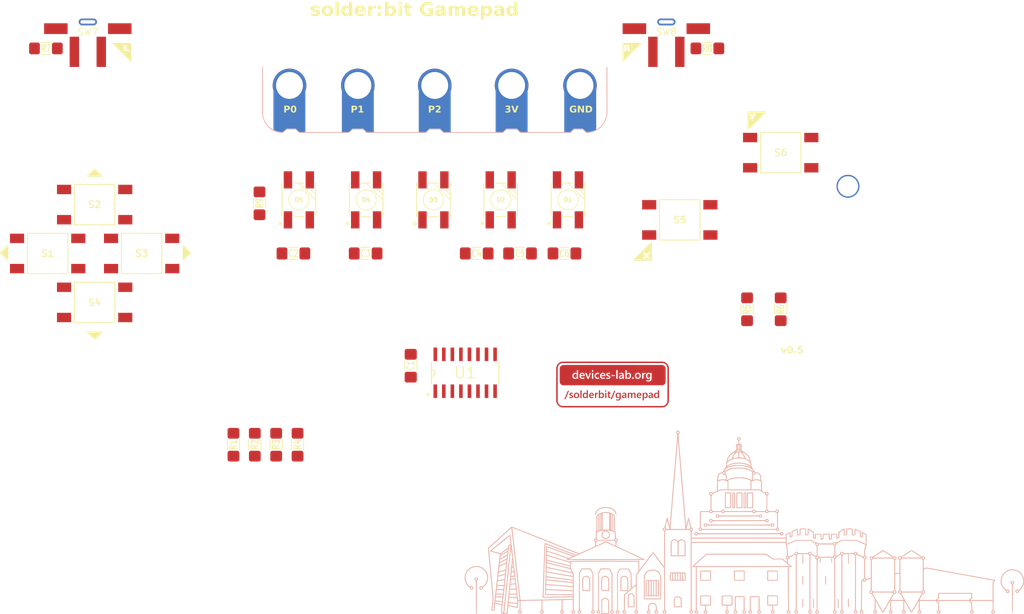
<source format=kicad_pcb>
(kicad_pcb (version 20240108) (generator "pcbnew") (generator_version "8.0")
  (title_block (title "solder:bit Gamepad soldering kit (with bumpers)") (date "2024-05-31") (rev "v1.4") (company "Lancaster University") (comment 1 "Aron Eggens"))
  (layers (0 "F.Cu" signal) (31 "B.Cu" signal) (34 "B.Paste" user) (35 "F.Paste" user) (36 "B.SilkS" user "B.Silkscreen") (37 "F.SilkS" user "F.Silkscreen") (38 "B.Mask" user) (39 "F.Mask" user) (44 "Edge.Cuts" user))
  (net 0 "")
  (net 1 "GND")
  (net 2 "+3V0")
  (net 3 "Net-(D1-DIN)")
  (net 4 "Net-(D1-DOUT)")
  (net 5 "Net-(D2-DOUT)")
  (net 6 "Net-(D3-DOUT)")
  (net 7 "Net-(D4-DOUT)")
  (net 8 "Net-(R1-Pad1)")
  (net 9 "Net-(R2-Pad1)")
  (net 10 "Net-(R3-Pad1)")
  (net 11 "Net-(R4-Pad1)")
  (net 12 "PL{slash}DATA")
  (net 13 "SER")
  (net 14 "CLK")
  (net 15 "BTN1")
  (net 17 "BTN2")
  (net 19 "BTN3")
  (net 21 "BTN4")
  (net 24 "BTN5")
  (net 25 "BTN6")
  (net 26 "Net-(R5-Pad1)")
  (net 27 "Net-(R6-Pad1)")
  (net 28 "BTN7")
  (net 29 "BTN8")
  (footprint "Solderbit_Gamepad:NeoPixel_WS2812B" (layer "F.Cu") (at 128.375 52.0228)
    (property "Reference" "D1" (at 0 0 0) (layer "F.SilkS") (effects (font (size 0.64 0.64))))
    (property "Value" "WS2812B")
    (pad "1" smd rect (at -1.625 2.975 90) (size 2.55 1.25) (layers "F.Cu" "F.Paste" "F.Mask") (net 2 "+3V0"))
    (pad "2" smd rect (at 1.625 2.975 90) (size 2.55 1.25) (layers "F.Cu" "F.Paste" "F.Mask") (net 4 "Net-(D1-DOUT)"))
    (pad "3" smd rect (at 1.625 -2.975 90) (size 2.55 1.25) (layers "F.Cu" "F.Paste" "F.Mask") (net 1 "GND"))
    (pad "4" smd rect (at -1.625 -2.975 90) (size 2.55 1.25) (layers "F.Cu" "F.Paste" "F.Mask") (net 3 "Net-(D1-DIN)"))
  )
  (footprint "Solderbit_Gamepad:Tactile_Switch" (layer "F.Cu") (at 145 55)
    (property "Reference" "S5" (at 0 0 0) (layer "F.SilkS"))
    (property "Value" "~" (hide yes))
    (pad "1" smd rect (at -4.55 -2.25) (size 2.1 1.4) (layers "F.Cu" "F.Paste" "F.Mask"))
    (pad "2" smd rect (at -4.55 2.25) (size 2.1 1.4) (layers "F.Cu" "F.Paste" "F.Mask") (net 24 "BTN5"))
    (pad "3" smd rect (at 4.55 -2.25) (size 2.1 1.4) (layers "F.Cu" "F.Paste" "F.Mask") (net 2 "+3V0"))
    (pad "4" smd rect (at 4.55 2.25) (size 2.1 1.4) (layers "F.Cu" "F.Paste" "F.Mask") (net 26 "Net-(R5-Pad1)"))
  )
  (footprint "Solderbit_Gamepad:Tactile_Switch_Right_Angle" (layer "F.Cu") (at 143 28.55)
    (property "Reference" "SW8" (at 0 -1.5 0) (layer "F.SilkS") (effects (font (thickness 0.1))))
    (property "Value" "SW_Push" (hide yes))
    (pad "" smd rect (at -4.75 -2 180) (size 3.5 1.6) (layers "F.Cu" "F.Paste" "F.Mask"))
    (pad "" thru_hole oval (at 0 -3) (size 2.7 1) (drill oval 2.2 0.5) (layers "*.Cu" "*.Mask"))
    (pad "" smd rect (at 4.75 -2 180) (size 3.5 1.6) (layers "F.Cu" "F.Paste" "F.Mask"))
    (pad "1" smd rect (at -2 1.45 90) (size 4.5 1.4) (layers "F.Cu" "F.Paste" "F.Mask") (net 2 "+3V0"))
    (pad "2" smd rect (at 2 1.45 90) (size 4.5 1.4) (layers "F.Cu" "F.Paste" "F.Mask") (net 29 "BTN8"))
  )
  (footprint "Solderbit_Gamepad:1206_Resistor" (layer "F.Cu") (at 81.825 88.45 -90)
    (property "Reference" "R2" (at 0 0 -90) (layer "F.SilkS") (effects (font (size 1 0.75))))
    (property "Value" "100k")
    (pad "1" smd roundrect (at -1.7 0 270) (size 1.6 1.75) (layers "F.Cu" "F.Paste" "F.Mask") (roundrect_rratio 0.192308) (net 9 "Net-(R2-Pad1)"))
    (pad "2" smd roundrect (at 1.7 0 270) (size 1.6 1.75) (layers "F.Cu" "F.Paste" "F.Mask") (roundrect_rratio 0.192308) (net 1 "GND"))
  )
  (footprint "Solderbit_Gamepad:1206_Resistor" (layer "F.Cu") (at 50.77 29.492)
    (property "Reference" "R7" (at 0 0 0) (layer "F.SilkS") (effects (font (size 1 0.75))))
    (property "Value" "100k")
    (pad "1" smd roundrect (at -1.7 0) (size 1.6 1.75) (layers "F.Cu" "F.Paste" "F.Mask") (roundrect_rratio 0.192308) (net 1 "GND"))
    (pad "2" smd roundrect (at 1.7 0) (size 1.6 1.75) (layers "F.Cu" "F.Paste" "F.Mask") (roundrect_rratio 0.192308) (net 28 "BTN7"))
  )
  (footprint "Solderbit_Gamepad:1206_Capacitor" (layer "F.Cu") (at 121.25 60)
    (property "Reference" "C5" (at 0 0 0) (layer "F.SilkS") (effects (font (size 1 0.75) (thickness 0.125))))
    (property "Value" "100nF")
    (pad "1" smd roundrect (at -1.7 0) (size 1.6 1.8) (layers "F.Cu" "F.Paste" "F.Mask") (roundrect_rratio 0.188679) (net 2 "+3V0"))
    (pad "2" smd roundrect (at 1.7 0) (size 1.6 1.8) (layers "F.Cu" "F.Paste" "F.Mask") (roundrect_rratio 0.188679) (net 1 "GND"))
  )
  (footprint "Solderbit_Gamepad:1206_Resistor" (layer "F.Cu") (at 82.52 52.54 -90)
    (property "Reference" "R9" (at 0 0 -90) (layer "F.SilkS") (effects (font (size 1 0.75))))
    (property "Value" "300Ω")
    (pad "1" smd roundrect (at -1.7 0 270) (size 1.6 1.75) (layers "F.Cu" "F.Paste" "F.Mask") (roundrect_rratio 0.192308) (net 12 "PL{slash}DATA"))
    (pad "2" smd roundrect (at 1.7 0 270) (size 1.6 1.75) (layers "F.Cu" "F.Paste" "F.Mask") (roundrect_rratio 0.192308) (net 3 "Net-(D1-DIN)"))
  )
  (footprint "Solderbit_Gamepad:Tactile_Switch" (layer "F.Cu") (at 160 45)
    (property "Reference" "S6" (at 0 0 0) (layer "F.SilkS"))
    (property "Value" "~" (hide yes))
    (pad "1" smd rect (at -4.55 -2.25) (size 2.1 1.4) (layers "F.Cu" "F.Paste" "F.Mask"))
    (pad "2" smd rect (at -4.55 2.25) (size 2.1 1.4) (layers "F.Cu" "F.Paste" "F.Mask") (net 25 "BTN6"))
    (pad "3" smd rect (at 4.55 -2.25) (size 2.1 1.4) (layers "F.Cu" "F.Paste" "F.Mask") (net 2 "+3V0"))
    (pad "4" smd rect (at 4.55 2.25) (size 2.1 1.4) (layers "F.Cu" "F.Paste" "F.Mask") (net 27 "Net-(R6-Pad1)"))
  )
  (footprint "Solderbit_Gamepad:Tactile_Switch" (layer "F.Cu") (at 51.03 60)
    (property "Reference" "S1" (at 0 0 0) (layer "F.SilkS"))
    (property "Value" "~" (hide yes))
    (pad "1" smd rect (at -4.55 -2.25) (size 2.1 1.4) (layers "F.Cu" "F.Paste" "F.Mask"))
    (pad "2" smd rect (at -4.55 2.25) (size 2.1 1.4) (layers "F.Cu" "F.Paste" "F.Mask") (net 15 "BTN1"))
    (pad "3" smd rect (at 4.55 -2.25) (size 2.1 1.4) (layers "F.Cu" "F.Paste" "F.Mask") (net 2 "+3V0"))
    (pad "4" smd rect (at 4.55 2.25) (size 2.1 1.4) (layers "F.Cu" "F.Paste" "F.Mask") (net 8 "Net-(R1-Pad1)"))
  )
  (footprint "Solderbit_Gamepad:Tactile_Switch_Right_Angle" (layer "F.Cu") (at 57 28.55)
    (property "Reference" "SW7" (at 0 -1.5 0) (layer "F.SilkS") (effects (font (thickness 0.1))))
    (property "Value" "SW_Push" (hide yes))
    (pad "" smd rect (at -4.75 -2 180) (size 3.5 1.6) (layers "F.Cu" "F.Paste" "F.Mask"))
    (pad "" thru_hole oval (at 0 -3) (size 2.7 1) (drill oval 2.2 0.5) (layers "*.Cu" "*.Mask"))
    (pad "" smd rect (at 4.75 -2 180) (size 3.5 1.6) (layers "F.Cu" "F.Paste" "F.Mask"))
    (pad "1" smd rect (at -2 1.45 90) (size 4.5 1.4) (layers "F.Cu" "F.Paste" "F.Mask") (net 2 "+3V0"))
    (pad "2" smd rect (at 2 1.45 90) (size 4.5 1.4) (layers "F.Cu" "F.Paste" "F.Mask") (net 28 "BTN7"))
  )
  (footprint "Solderbit_Gamepad:1206_Capacitor" (layer "F.Cu") (at 105 76.7 -90)
    (property "Reference" "C1" (at 0 0 90) (layer "F.SilkS") (effects (font (size 1 0.75) (thickness 0.125))))
    (property "Value" "1uF")
    (pad "1" smd roundrect (at -1.7 0 270) (size 1.6 1.8) (layers "F.Cu" "F.Paste" "F.Mask") (roundrect_rratio 0.188679) (net 1 "GND"))
    (pad "2" smd roundrect (at 1.7 0 270) (size 1.6 1.8) (layers "F.Cu" "F.Paste" "F.Mask") (roundrect_rratio 0.188679) (net 2 "+3V0"))
  )
  (footprint "Solderbit_Gamepad:NeoPixel_WS2812B" (layer "F.Cu") (at 88.375 52.025)
    (property "Reference" "D5" (at 0 0 0) (layer "F.SilkS") (effects (font (size 0.64 0.64))))
    (property "Value" "WS2812B")
    (pad "1" smd rect (at -1.625 2.975 90) (size 2.55 1.25) (layers "F.Cu" "F.Paste" "F.Mask") (net 2 "+3V0"))
    (pad "2" smd rect (at 1.625 2.975 90) (size 2.55 1.25) (layers "F.Cu" "F.Paste" "F.Mask"))
    (pad "3" smd rect (at 1.625 -2.975 90) (size 2.55 1.25) (layers "F.Cu" "F.Paste" "F.Mask") (net 1 "GND"))
    (pad "4" smd rect (at -1.625 -2.975 90) (size 2.55 1.25) (layers "F.Cu" "F.Paste" "F.Mask") (net 7 "Net-(D4-DOUT)"))
  )
  (footprint "Solderbit_Gamepad:1206_Capacitor" (layer "F.Cu") (at 114.8115 60)
    (property "Reference" "C4" (at 0 0 0) (layer "F.SilkS") (effects (font (size 1 0.75) (thickness 0.125))))
    (property "Value" "100nF")
    (pad "1" smd roundrect (at -1.7 0) (size 1.6 1.8) (layers "F.Cu" "F.Paste" "F.Mask") (roundrect_rratio 0.188679) (net 2 "+3V0"))
    (pad "2" smd roundrect (at 1.7 0) (size 1.6 1.8) (layers "F.Cu" "F.Paste" "F.Mask") (roundrect_rratio 0.188679) (net 1 "GND"))
  )
  (footprint "Solderbit_Gamepad:Shift_Register_74HC165D" (layer "F.Cu") (at 113.0988 77.74495)
    (property "Reference" "U1" (at 0 0 360) (layer "F.SilkS") (effects (font (size 1.640386 1.640386))))
    (property "Value" "Val**" (hide yes))
    (pad "1" smd rect (at -4.4488 2.74495 90) (size 2.0101 0.5334) (layers "F.Cu" "F.Paste" "F.Mask") (net 12 "PL{slash}DATA"))
    (pad "2" smd rect (at -3.1788 2.74495 90) (size 2.0101 0.5334) (layers "F.Cu" "F.Paste" "F.Mask") (net 14 "CLK"))
    (pad "3" smd rect (at -1.9088 2.74495 90) (size 2.0101 0.5334) (layers "F.Cu" "F.Paste" "F.Mask") (net 15 "BTN1"))
    (pad "4" smd rect (at -0.6388 2.74495 90) (size 2.0101 0.5334) (layers "F.Cu" "F.Paste" "F.Mask") (net 21 "BTN4"))
    (pad "5" smd rect (at 0.6312 2.74495 90) (size 2.0101 0.5334) (layers "F.Cu" "F.Paste" "F.Mask") (net 24 "BTN5"))
    (pad "6" smd rect (at 1.9012 2.74495 90) (size 2.0101 0.5334) (layers "F.Cu" "F.Paste" "F.Mask") (net 25 "BTN6"))
    (pad "7" smd rect (at 3.1712 2.74495 90) (size 2.0101 0.5334) (layers "F.Cu" "F.Paste" "F.Mask"))
    (pad "8" smd rect (at 4.4412 2.74495 90) (size 2.0101 0.5334) (layers "F.Cu" "F.Paste" "F.Mask") (net 1 "GND"))
    (pad "9" smd rect (at 4.4412 -2.74495 90) (size 2.0101 0.5334) (layers "F.Cu" "F.Paste" "F.Mask") (net 13 "SER"))
    (pad "10" smd rect (at 3.1712 -2.74495 90) (size 2.0101 0.5334) (layers "F.Cu" "F.Paste" "F.Mask") (net 1 "GND"))
    (pad "11" smd rect (at 1.9012 -2.74495 90) (size 2.0101 0.5334) (layers "F.Cu" "F.Paste" "F.Mask") (net 29 "BTN8"))
    (pad "12" smd rect (at 0.6312 -2.74495 90) (size 2.0101 0.5334) (layers "F.Cu" "F.Paste" "F.Mask") (net 28 "BTN7"))
    (pad "13" smd rect (at -0.6388 -2.74495 90) (size 2.0101 0.5334) (layers "F.Cu" "F.Paste" "F.Mask") (net 19 "BTN3"))
    (pad "14" smd rect (at -1.9088 -2.74495 90) (size 2.0101 0.5334) (layers "F.Cu" "F.Paste" "F.Mask") (net 17 "BTN2"))
    (pad "15" smd rect (at -3.1788 -2.74495 90) (size 2.0101 0.5334) (layers "F.Cu" "F.Paste" "F.Mask") (net 1 "GND"))
    (pad "16" smd rect (at -4.4488 -2.74495 90) (size 2.0101 0.5334) (layers "F.Cu" "F.Paste" "F.Mask") (net 2 "+3V0"))
  )
  (footprint "Solderbit_Gamepad:Tactile_Switch" (layer "F.Cu") (at 58.015 52.725)
    (property "Reference" "S2" (at 0 0 0) (layer "F.SilkS"))
    (property "Value" "~" (hide yes))
    (pad "1" smd rect (at -4.55 -2.25) (size 2.1 1.4) (layers "F.Cu" "F.Paste" "F.Mask"))
    (pad "2" smd rect (at -4.55 2.25) (size 2.1 1.4) (layers "F.Cu" "F.Paste" "F.Mask") (net 17 "BTN2"))
    (pad "3" smd rect (at 4.55 -2.25) (size 2.1 1.4) (layers "F.Cu" "F.Paste" "F.Mask") (net 2 "+3V0"))
    (pad "4" smd rect (at 4.55 2.25) (size 2.1 1.4) (layers "F.Cu" "F.Paste" "F.Mask") (net 9 "Net-(R2-Pad1)"))
  )
  (footprint "Solderbit_Gamepad:1206_Resistor" (layer "F.Cu") (at 155 68.3 -90)
    (property "Reference" "R5" (at 0 0 -90) (layer "F.SilkS") (effects (font (size 1 0.75))))
    (property "Value" "100k")
    (pad "1" smd roundrect (at -1.7 0 270) (size 1.6 1.75) (layers "F.Cu" "F.Paste" "F.Mask") (roundrect_rratio 0.192308) (net 26 "Net-(R5-Pad1)"))
    (pad "2" smd roundrect (at 1.7 0 270) (size 1.6 1.75) (layers "F.Cu" "F.Paste" "F.Mask") (roundrect_rratio 0.192308) (net 1 "GND"))
  )
  (footprint "Solderbit_Gamepad:NeoPixel_WS2812B" (layer "F.Cu") (at 118.375 52.025)
    (property "Reference" "D2" (at 0 0 0) (layer "F.SilkS") (effects (font (size 0.64 0.64))))
    (property "Value" "WS2812B")
    (pad "1" smd rect (at -1.625 2.975 90) (size 2.55 1.25) (layers "F.Cu" "F.Paste" "F.Mask") (net 2 "+3V0"))
    (pad "2" smd rect (at 1.625 2.975 90) (size 2.55 1.25) (layers "F.Cu" "F.Paste" "F.Mask") (net 5 "Net-(D2-DOUT)"))
    (pad "3" smd rect (at 1.625 -2.975 90) (size 2.55 1.25) (layers "F.Cu" "F.Paste" "F.Mask") (net 1 "GND"))
    (pad "4" smd rect (at -1.625 -2.975 90) (size 2.55 1.25) (layers "F.Cu" "F.Paste" "F.Mask") (net 4 "Net-(D1-DOUT)"))
  )
  (footprint "Solderbit_Gamepad:1206_Resistor" (layer "F.Cu") (at 160 68.3 -90)
    (property "Reference" "R6" (at 0 0 -90) (layer "F.SilkS") (effects (font (size 1 0.75))))
    (property "Value" "100k")
    (pad "1" smd roundrect (at -1.7 0 270) (size 1.6 1.75) (layers "F.Cu" "F.Paste" "F.Mask") (roundrect_rratio 0.192308) (net 27 "Net-(R6-Pad1)"))
    (pad "2" smd roundrect (at 1.7 0 270) (size 1.6 1.75) (layers "F.Cu" "F.Paste" "F.Mask") (roundrect_rratio 0.192308) (net 1 "GND"))
  )
  (footprint "Solderbit_Gamepad:1206_Resistor" (layer "F.Cu") (at 88.175 88.45 -90)
    (property "Reference" "R4" (at 0 0 -90) (layer "F.SilkS") (effects (font (size 1 0.75))))
    (property "Value" "100k")
    (pad "1" smd roundrect (at -1.7 0 270) (size 1.6 1.75) (layers "F.Cu" "F.Paste" "F.Mask") (roundrect_rratio 0.192308) (net 11 "Net-(R4-Pad1)"))
    (pad "2" smd roundrect (at 1.7 0 270) (size 1.6 1.75) (layers "F.Cu" "F.Paste" "F.Mask") (roundrect_rratio 0.192308) (net 1 "GND"))
  )
  (footprint "Solderbit_Gamepad:1206_Capacitor" (layer "F.Cu") (at 87.5615 60)
    (property "Reference" "C2" (at 0 0 0) (layer "F.SilkS") (effects (font (size 1 0.75) (thickness 0.125))))
    (property "Value" "100nF")
    (pad "1" smd roundrect (at -1.7 0) (size 1.6 1.8) (layers "F.Cu" "F.Paste" "F.Mask") (roundrect_rratio 0.188679) (net 2 "+3V0"))
    (pad "2" smd roundrect (at 1.7 0) (size 1.6 1.8) (layers "F.Cu" "F.Paste" "F.Mask") (roundrect_rratio 0.188679) (net 1 "GND"))
  )
  (footprint "Solderbit_Gamepad:1206_Resistor" (layer "F.Cu") (at 78.65 88.45 -90)
    (property "Reference" "R1" (at 0 0 -90) (layer "F.SilkS") (effects (font (size 1 0.75))))
    (property "Value" "100k")
    (pad "1" smd roundrect (at -1.7 0 270) (size 1.6 1.75) (layers "F.Cu" "F.Paste" "F.Mask") (roundrect_rratio 0.192308) (net 8 "Net-(R1-Pad1)"))
    (pad "2" smd roundrect (at 1.7 0 270) (size 1.6 1.75) (layers "F.Cu" "F.Paste" "F.Mask") (roundrect_rratio 0.192308) (net 1 "GND"))
  )
  (footprint "Solderbit_Gamepad:Devices-Lab_Logo" (layer "F.Cu") (at 135 79.5)
    (property "Reference" "G1" (hide yes))
    (property "Value" "~" (hide yes))
    (fp_poly (pts (xy -4.471248 -1.597222) (xy -4.43999 -1.590712) (xy -4.407617 -1.574544) (xy -4.378676 -1.549651) (xy -4.354339 -1.517868) (xy -4.335781 -1.481033) (xy -4.324176 -1.440984) (xy -4.320646 -1.403944) (xy -4.320646 -1.388007) (xy -4.51494 -1.388007) (xy -4.709234 -1.388007) (xy -4.705919 -1.40556) (xy -4.693009 -1.450408) (xy -4.67244 -1.492451) (xy -4.645616 -1.529725) (xy -4.613944 -1.560268) (xy -4.579885 -1.581621) (xy -4.546663 -1.592748) (xy -4.508977 -1.598044)) (fill solid) (layer "F.Cu"))
    (fp_poly (pts (xy -1.414391 -1.597222) (xy -1.383132 -1.590712) (xy -1.35076 -1.574544) (xy -1.321818 -1.549651) (xy -1.297482 -1.517868) (xy -1.278924 -1.481033) (xy -1.267319 -1.440984) (xy -1.263789 -1.403944) (xy -1.263789 -1.388007) (xy -1.458083 -1.388007) (xy -1.652377 -1.388007) (xy -1.649062 -1.40556) (xy -1.636152 -1.450408) (xy -1.615582 -1.492451) (xy -1.588759 -1.529725) (xy -1.557086 -1.560268) (xy -1.523028 -1.581621) (xy -1.489806 -1.592748) (xy -1.45212 -1.598044)) (fill solid) (layer "F.Cu"))
    (fp_poly (pts (xy -0.914051 1.618893) (xy -0.915437 2.006401) (xy -0.999467 2.007883) (xy -1.028572 2.008164) (xy -1.053795 2.007967) (xy -1.073195 2.007343) (xy -1.084829 2.006341) (xy -1.08723 2.005632) (xy -1.087846 1.999748) (xy -1.088429 1.983929) (xy -1.088973 1.959043) (xy -1.089468 1.925957) (xy -1.089907 1.885538) (xy -1.090281 1.838654) (xy -1.090582 1.786171) (xy -1.090801 1.728957) (xy -1.09093 1.667879) (xy -1.090963 1.616642) (xy -1.090963 1.231385) (xy -1.001814 1.231385) (xy -0.912665 1.231385)) (fill solid) (layer "F.Cu"))
    (fp_poly (pts (xy -4.601488 1.433915) (xy -4.601488 2.009101) (xy -4.687001 2.009101) (xy -4.71636 2.008884) (xy -4.741836 2.008286) (xy -4.761506 2.007384) (xy -4.773452 2.006256) (xy -4.776114 2.0055) (xy -4.776603 1.99972) (xy -4.777073 1.983848) (xy -4.777518 1.958591) (xy -4.777935 1.924658) (xy -4.778319 1.88276) (xy -4.778666 1.833603) (xy -4.778971 1.777898) (xy -4.77923 1.716352) (xy -4.779438 1.649675) (xy -4.779591 1.578575) (xy -4.779685 1.503761) (xy -4.779715 1.430314) (xy -4.779715 0.858729) (xy -4.690601 0.858729) (xy -4.601488 0.858729)) (fill solid) (layer "F.Cu"))
    (fp_poly (pts (xy -0.968609 0.872686) (xy -0.954335 0.876827) (xy -0.92905 0.892557) (xy -0.911115 0.914214) (xy -0.900548 0.939791) (xy -0.897369 0.967282) (xy -0.901598 0.994679) (xy -0.913253 1.019974) (xy -0.932355 1.041162) (xy -0.952615 1.053627) (xy -0.975794 1.060543) (xy -1.002701 1.063291) (xy -1.028326 1.061632) (xy -1.042356 1.057907) (xy -1.060399 1.047008) (xy -1.078605 1.03012) (xy -1.09285 1.011171) (xy -1.094457 1.008266) (xy -1.100535 0.988454) (xy -1.102277 0.964054) (xy -1.099671 0.940279) (xy -1.094658 0.925612) (xy -1.080248 0.905198) (xy -1.061003 0.887184) (xy -1.041065 0.875432) (xy -1.040654 0.875275) (xy -1.01945 0.870722) (xy -0.993612 0.869892)) (fill solid) (layer "F.Cu"))
    (fp_poly (pts (xy 1.485046 -1.254401) (xy 1.480863 -1.195243) (xy 1.469108 -1.143211) (xy 1.449901 -1.098539) (xy 1.423364 -1.061459) (xy 1.389619 -1.032205) (xy 1.361111 -1.016203) (xy 1.331433 -1.006463) (xy 1.297085 -1.001201) (xy 1.262462 -1.000726) (xy 1.231959 -1.005349) (xy 1.227182 -1.006767) (xy 1.193616 -1.022743) (xy 1.167923 -1.045665) (xy 1.150663 -1.074524) (xy 1.142399 -1.108314) (xy 1.143691 -1.146028) (xy 1.145129 -1.15387) (xy 1.151319 -1.176017) (xy 1.160858 -1.192975) (xy 1.173981 -1.207629) (xy 1.183824 -1.216884) (xy 1.193949 -1.224853) (xy 1.205409 -1.23181) (xy 1.219259 -1.238025) (xy 1.236552 -1.24377) (xy 1.258341 -1.249316) (xy 1.28568 -1.254936) (xy 1.319623 -1.260901) (xy 1.361223 -1.267481) (xy 1.411535 -1.27495) (xy 1.464969 -1.282632) (xy 1.485222 -1.28552)) (fill solid) (layer "F.Cu"))
    (fp_poly (pts (xy -6.508462 0.919387) (xy -6.491143 0.920178) (xy -6.481896 0.921394) (xy -6.480873 0.922044) (xy -6.482886 0.927464) (xy -6.488786 0.942264) (xy -6.498327 0.965845) (xy -6.511263 0.997606) (xy -6.527346 1.036949) (xy -6.546332 1.083273) (xy -6.567974 1.135979) (xy -6.592025 1.194467) (xy -6.618239 1.258137) (xy -6.646371 1.326391) (xy -6.676174 1.398629) (xy -6.707401 1.47425) (xy -6.739807 1.552655) (xy -6.741462 1.556657) (xy -7.002147 2.187074) (xy -7.081472 2.187201) (xy -7.160797 2.187328) (xy -7.123666 2.096864) (xy -7.116506 2.079449) (xy -7.105551 2.05284) (xy -7.091127 2.017831) (xy -7.073561 1.97521) (xy -7.053179 1.925771) (xy -7.030306 1.870304) (xy -7.00527 1.809602) (xy -6.978397 1.744454) (xy -6.950013 1.675653) (xy -6.920445 1.603989) (xy -6.890019 1.530255) (xy -6.862518 1.463619) (xy -6.638502 0.920838) (xy -6.559736 0.919344) (xy -6.531958 0.919087)) (fill solid) (layer "F.Cu"))
    (fp_poly (pts (xy 0.38837 0.919387) (xy 0.405689 0.920178) (xy 0.414936 0.921394) (xy 0.415959 0.922044) (xy 0.413946 0.927464) (xy 0.408045 0.942264) (xy 0.398504 0.965845) (xy 0.385569 0.997606) (xy 0.369485 1.036949) (xy 0.3505 1.083273) (xy 0.328858 1.135979) (xy 0.304807 1.194467) (xy 0.278592 1.258137) (xy 0.250461 1.326391) (xy 0.220658 1.398629) (xy 0.189431 1.47425) (xy 0.157025 1.552655) (xy 0.15537 1.556657) (xy -0.105315 2.187074) (xy -0.18464 2.187201) (xy -0.263965 2.187328) (xy -0.226834 2.096864) (xy -0.219674 2.079449) (xy -0.208719 2.05284) (xy -0.194296 2.017831) (xy -0.176729 1.97521) (xy -0.156347 1.925771) (xy -0.133474 1.870304) (xy -0.108438 1.809602) (xy -0.081565 1.744454) (xy -0.053182 1.675653) (xy -0.023613 1.603989) (xy 0.006813 1.530255) (xy 0.034313 1.463619) (xy 0.25833 0.920838) (xy 0.337096 0.919344) (xy 0.364874 0.919087)) (fill solid) (layer "F.Cu"))
    (fp_poly (pts (xy 2.376899 -1.586089) (xy 2.394221 -1.582515) (xy 2.40963 -1.57734) (xy 2.450498 -1.556498) (xy 2.484407 -1.527477) (xy 2.511274 -1.490428) (xy 2.531019 -1.445501) (xy 2.54356 -1.392845) (xy 2.548815 -1.33261) (xy 2.548983 -1.320497) (xy 2.545692 -1.255849) (xy 2.535609 -1.19757) (xy 2.519052 -1.14614) (xy 2.496339 -1.102038) (xy 2.467791 -1.065743) (xy 2.433726 -1.037735) (xy 2.394462 -1.018493) (xy 2.350319 -1.008496) (xy 2.340857 -1.007643) (xy 2.317617 -1.007035) (xy 2.294918 -1.008035) (xy 2.280196 -1.009986) (xy 2.237762 -1.024235) (xy 2.200235 -1.047534) (xy 2.16842 -1.078938) (xy 2.143122 -1.117503) (xy 2.125148 -1.162285) (xy 2.116621 -1.201679) (xy 2.114101 -1.228777) (xy 2.113033 -1.262014) (xy 2.113308 -1.298433) (xy 2.11482 -1.335077) (xy 2.11746 -1.368988) (xy 2.121119 -1.39721) (xy 2.124315 -1.412311) (xy 2.141878 -1.459016) (xy 2.167124 -1.500609) (xy 2.198844 -1.535542) (xy 2.235832 -1.562267) (xy 2.245189 -1.567204) (xy 2.265012 -1.576202) (xy 2.282514 -1.58179) (xy 2.301961 -1.584956) (xy 2.327619 -1.586686) (xy 2.329899 -1.586785) (xy 2.356778 -1.587356)) (fill solid) (layer "F.Cu"))
    (fp_poly (pts (xy -5.477287 -1.583941) (xy -5.437782 -1.572) (xy -5.402335 -1.551092) (xy -5.369269 -1.520682) (xy -5.353463 -1.500848) (xy -5.338461 -1.477738) (xy -5.331464 -1.464564) (xy -5.326777 -1.454277) (xy -5.323239 -1.444969) (xy -5.320689 -1.43496) (xy -5.318965 -1.42257) (xy -5.317905 -1.406119) (xy -5.317347 -1.383926) (xy -5.317131 -1.354312) (xy -5.317095 -1.315595) (xy -5.317095 -1.315096) (xy -5.317204 -1.274729) (xy -5.317613 -1.243419) (xy -5.318444 -1.219425) (xy -5.319818 -1.201005) (xy -5.321856 -1.186415) (xy -5.324682 -1.173914) (xy -5.327655 -1.164052) (xy -5.345419 -1.123381) (xy -5.370165 -1.086213) (xy -5.400135 -1.054487) (xy -5.43357 -1.030144) (xy -5.460217 -1.017773) (xy -5.483998 -1.011844) (xy -5.512919 -1.008057) (xy -5.542639 -1.006689) (xy -5.568817 -1.008019) (xy -5.580407 -1.01007) (xy -5.622486 -1.026019) (xy -5.659276 -1.050813) (xy -5.690382 -1.083669) (xy -5.715409 -1.123804) (xy -5.733964 -1.170435) (xy -5.745652 -1.222778) (xy -5.750079 -1.280051) (xy -5.746924 -1.34082) (xy -5.736417 -1.399903) (xy -5.719216 -1.451661) (xy -5.695678 -1.495698) (xy -5.66616 -1.531622) (xy -5.63102 -1.559037) (xy -5.590615 -1.577551) (xy -5.545302 -1.586769) (xy -5.522831 -1.587779)) (fill solid) (layer "F.Cu"))
    (fp_poly (pts (xy 3.795413 -1.584924) (xy 3.816033 -1.584009) (xy 3.831469 -1.581971) (xy 3.844526 -1.578392) (xy 3.858012 -1.572854) (xy 3.862226 -1.570905) (xy 3.902169 -1.546934) (xy 3.935029 -1.515634) (xy 3.961018 -1.476652) (xy 3.980349 -1.429639) (xy 3.993232 -1.374244) (xy 3.996831 -1.347861) (xy 3.999771 -1.290302) (xy 3.995907 -1.234867) (xy 3.985666 -1.182963) (xy 3.969475 -1.135996) (xy 3.947762 -1.095373) (xy 3.920955 -1.062502) (xy 3.906309 -1.049818) (xy 3.872924 -1.030153) (xy 3.833094 -1.015895) (xy 3.790054 -1.007662) (xy 3.747044 -1.006076) (xy 3.707431 -1.011723) (xy 3.660437 -1.028992) (xy 3.619793 -1.054946) (xy 3.585894 -1.089258) (xy 3.559132 -1.131603) (xy 3.556698 -1.136615) (xy 3.542286 -1.170568) (xy 3.532673 -1.202676) (xy 3.527111 -1.236603) (xy 3.524853 -1.276013) (xy 3.524707 -1.293493) (xy 3.526177 -1.339378) (xy 3.530841 -1.378007) (xy 3.539336 -1.412622) (xy 3.552298 -1.446461) (xy 3.556558 -1.455699) (xy 3.578548 -1.494965) (xy 3.603842 -1.525714) (xy 3.634556 -1.550166) (xy 3.660489 -1.564763) (xy 3.678248 -1.573357) (xy 3.692199 -1.579114) (xy 3.705306 -1.582603) (xy 3.720535 -1.58439) (xy 3.740853 -1.585045) (xy 3.766802 -1.585137)) (fill solid) (layer "F.Cu"))
    (fp_poly (pts (xy 5.452279 -1.582522) (xy 5.495045 -1.56746) (xy 5.53319 -1.54319) (xy 5.565769 -1.510335) (xy 5.591834 -1.469516) (xy 5.594713 -1.463619) (xy 5.599245 -1.453712) (xy 5.602678 -1.444635) (xy 5.605164 -1.434743) (xy 5.606857 -1.422389) (xy 5.607908 -1.405929) (xy 5.60847 -1.383718) (xy 5.608697 -1.354109) (xy 5.608739 -1.315459) (xy 5.608739 -1.312396) (xy 5.608672 -1.272524) (xy 5.608379 -1.241748) (xy 5.607725 -1.218364) (xy 5.606575 -1.200667) (xy 5.604795 -1.186952) (xy 5.602249 -1.175515) (xy 5.598801 -1.164651) (xy 5.596536 -1.158473) (xy 5.579021 -1.121152) (xy 5.556405 -1.086801) (xy 5.530978 -1.058691) (xy 5.520772 -1.05011) (xy 5.485176 -1.028829) (xy 5.444545 -1.014354) (xy 5.402012 -1.007362) (xy 5.360709 -1.008529) (xy 5.343471 -1.011867) (xy 5.301415 -1.027979) (xy 5.264206 -1.053386) (xy 5.232704 -1.087343) (xy 5.207771 -1.129106) (xy 5.207705 -1.129248) (xy 5.194712 -1.159755) (xy 5.185804 -1.188526) (xy 5.180385 -1.218751) (xy 5.177859 -1.253624) (xy 5.177557 -1.290793) (xy 5.181069 -1.352176) (xy 5.190374 -1.405353) (xy 5.205827 -1.451454) (xy 5.22778 -1.491603) (xy 5.249252 -1.519078) (xy 5.283479 -1.550601) (xy 5.321121 -1.572214) (xy 5.363315 -1.584412) (xy 5.405839 -1.587755)) (fill solid) (layer "F.Cu"))
    (fp_poly (pts (xy -0.460313 1.116145) (xy -0.458858 1.231385) (xy -0.367149 1.231385) (xy -0.275441 1.231385) (xy -0.275441 1.298895) (xy -0.275441 1.366405) (xy -0.367475 1.366405) (xy -0.45951 1.366405) (xy -0.457939 1.594589) (xy -0.457534 1.650365) (xy -0.457125 1.696381) (xy -0.456659 1.733679) (xy -0.456084 1.7633) (xy -0.455345 1.786286) (xy -0.454392 1.803679) (xy -0.453171 1.816519) (xy -0.45163 1.825848) (xy -0.449715 1.832709) (xy -0.447375 1.838143) (xy -0.445443 1.841676) (xy -0.428367 1.861074) (xy -0.404098 1.875117) (xy -0.375118 1.883259) (xy -0.343908 1.884951) (xy -0.312947 1.879647) (xy -0.298234 1.874155) (xy -0.275121 1.863664) (xy -0.276631 1.932118) (xy -0.278141 2.000573) (xy -0.309303 2.010052) (xy -0.338531 2.016543) (xy -0.374062 2.020852) (xy -0.411568 2.022712) (xy -0.446722 2.021856) (xy -0.466155 2.019733) (xy -0.509944 2.00841) (xy -0.548863 1.989486) (xy -0.581444 1.963991) (xy -0.606217 1.932955) (xy -0.615621 1.914753) (xy -0.620689 1.901264) (xy -0.624934 1.885796) (xy -0.628424 1.867341) (xy -0.631224 1.844892) (xy -0.633402 1.817441) (xy -0.635024 1.783982) (xy -0.636157 1.743506) (xy -0.636867 1.695007) (xy -0.637222 1.637477) (xy -0.637295 1.587447) (xy -0.637295 1.366405) (xy -0.702105 1.366405) (xy -0.766914 1.366405) (xy -0.766914 1.298895) (xy -0.766914 1.231385) (xy -0.702105 1.231385) (xy -0.637295 1.231385) (xy -0.637289 1.140921) (xy -0.637282 1.050458) (xy -0.549525 1.025681) (xy -0.461769 1.000904)) (fill solid) (layer "F.Cu"))
    (fp_poly (pts (xy -2.180959 1.222679) (xy -2.171658 1.225763) (xy -2.154922 1.232695) (xy -2.154922 1.313052) (xy -2.15511 1.341123) (xy -2.155628 1.364919) (xy -2.156406 1.382566) (xy -2.157376 1.39219) (xy -2.157891 1.393409) (xy -2.164247 1.391162) (xy -2.175796 1.385679) (xy -2.177199 1.384959) (xy -2.195589 1.378774) (xy -2.220452 1.37466) (xy -2.247603 1.372938) (xy -2.272855 1.373928) (xy -2.287561 1.376515) (xy -2.321811 1.391226) (xy -2.353295 1.415398) (xy -2.380909 1.447816) (xy -2.403548 1.487267) (xy -2.415312 1.516818) (xy -2.418274 1.526072) (xy -2.42073 1.535285) (xy -2.422741 1.54558) (xy -2.424371 1.558083) (xy -2.425685 1.573916) (xy -2.426747 1.594204) (xy -2.427619 1.62007) (xy -2.428366 1.65264) (xy -2.429051 1.693036) (xy -2.429738 1.742382) (xy -2.430214 1.779567) (xy -2.433064 2.006401) (xy -2.517094 2.007883) (xy -2.546199 2.008164) (xy -2.571422 2.007967) (xy -2.590822 2.007343) (xy -2.602456 2.006341) (xy -2.604858 2.005632) (xy -2.605473 1.999748) (xy -2.606056 1.983929) (xy -2.6066 1.959043) (xy -2.607095 1.925957) (xy -2.607534 1.885538) (xy -2.607908 1.838654) (xy -2.608209 1.786171) (xy -2.608428 1.728957) (xy -2.608557 1.667879) (xy -2.60859 1.616642) (xy -2.60859 1.231385) (xy -2.519477 1.231385) (xy -2.430363 1.231385) (xy -2.430169 1.311047) (xy -2.429975 1.390708) (xy -2.41156 1.351459) (xy -2.388684 1.312097) (xy -2.359924 1.277505) (xy -2.32733 1.249834) (xy -2.299823 1.234106) (xy -2.271497 1.224745) (xy -2.239704 1.219555) (xy -2.208254 1.218783)) (fill solid) (layer "F.Cu"))
    (fp_poly (pts (xy -3.667148 1.433915) (xy -3.667148 2.009101) (xy -3.7534 2.009101) (xy -3.839651 2.009101) (xy -3.841163 1.940593) (xy -3.842675 1.872085) (xy -3.868197 1.906838) (xy -3.896121 1.939407) (xy -3.928626 1.968434) (xy -3.962472 1.991196) (xy -3.977781 1.998894) (xy -4.023516 2.014171) (xy -4.074277 2.022602) (xy -4.126476 2.023857) (xy -4.176524 2.017607) (xy -4.178006 2.017289) (xy -4.225856 2.001605) (xy -4.271388 1.976547) (xy -4.31268 1.943537) (xy -4.347815 1.903995) (xy -4.364114 1.879482) (xy -4.388397 1.828987) (xy -4.406274 1.771594) (xy -4.417569 1.709229) (xy -4.422104 1.643818) (xy -4.42104 1.614339) (xy -4.243132 1.614339) (xy -4.241765 1.669155) (xy -4.233824 1.721981) (xy -4.233694 1.722566) (xy -4.21986 1.764302) (xy -4.198584 1.802447) (xy -4.17136 1.835121) (xy -4.139679 1.860446) (xy -4.113784 1.873527) (xy -4.079379 1.882255) (xy -4.040521 1.884838) (xy -4.001631 1.881286) (xy -3.971186 1.873202) (xy -3.942816 1.858252) (xy -3.91442 1.835791) (xy -3.888966 1.808688) (xy -3.869424 1.779813) (xy -3.864766 1.770357) (xy -3.855443 1.747186) (xy -3.848642 1.724553) (xy -3.844067 1.700241) (xy -3.841424 1.672033) (xy -3.840419 1.637714) (xy -3.840755 1.595066) (xy -3.840845 1.590538) (xy -3.841697 1.555923) (xy -3.84277 1.53008) (xy -3.844307 1.510983) (xy -3.846552 1.496602) (xy -3.849749 1.48491) (xy -3.854141 1.473878) (xy -3.855116 1.471721) (xy -3.878966 1.4296) (xy -3.907779 1.396937) (xy -3.94197 1.373393) (xy -3.981953 1.358627) (xy -3.997059 1.355525) (xy -4.044981 1.352239) (xy -4.089065 1.358968) (xy -4.128818 1.375457) (xy -4.163746 1.401448) (xy -4.193355 1.436686) (xy -4.210342 1.46609) (xy -4.227164 1.509992) (xy -4.238179 1.560346) (xy -4.243132 1.614339) (xy -4.42104 1.614339) (xy -4.419702 1.577289) (xy -4.410187 1.511568) (xy -4.401332 1.474554) (xy -4.381945 1.420612) (xy -4.355207 1.370272) (xy -4.322347 1.325112) (xy -4.284596 1.286713) (xy -4.243183 1.256653) (xy -4.223432 1.24615) (xy -4.188896 1.231581) (xy -4.156377 1.222127) (xy -4.121862 1.216948) (xy -4.081339 1.215201) (xy -4.075778 1.215182) (xy -4.022439 1.218474) (xy -3.976242 1.228886) (xy -3.93557 1.247222) (xy -3.898801 1.274289) (xy -3.864316 1.310891) (xy -3.852426 1.326184) (xy -3.840574 1.342101) (xy -3.840274 1.100415) (xy -3.839974 0.858729) (xy -3.753561 0.858729) (xy -3.667148 0.858729)) (fill solid) (layer "F.Cu"))
    (fp_poly (pts (xy 6.913035 1.433915) (xy 6.913035 2.009101) (xy 6.826783 2.009101) (xy 6.740531 2.009101) (xy 6.73902 1.940593) (xy 6.737508 1.872085) (xy 6.711986 1.906838) (xy 6.684062 1.939407) (xy 6.651557 1.968434) (xy 6.617711 1.991196) (xy 6.602402 1.998894) (xy 6.556667 2.014171) (xy 6.505906 2.022602) (xy 6.453707 2.023857) (xy 6.403659 2.017607) (xy 6.402177 2.017289) (xy 6.354326 2.001605) (xy 6.308795 1.976547) (xy 6.267503 1.943537) (xy 6.232368 1.903995) (xy 6.216069 1.879482) (xy 6.191786 1.828987) (xy 6.173909 1.771594) (xy 6.162614 1.709229) (xy 6.158079 1.643818) (xy 6.159143 1.614339) (xy 6.337051 1.614339) (xy 6.338417 1.669155) (xy 6.346359 1.721981) (xy 6.346489 1.722566) (xy 6.360323 1.764302) (xy 6.381598 1.802447) (xy 6.408823 1.835121) (xy 6.440504 1.860446) (xy 6.466398 1.873527) (xy 6.500804 1.882255) (xy 6.539662 1.884838) (xy 6.578552 1.881286) (xy 6.608997 1.873202) (xy 6.637367 1.858252) (xy 6.665763 1.835791) (xy 6.691217 1.808688) (xy 6.710759 1.779813) (xy 6.715417 1.770357) (xy 6.72474 1.747186) (xy 6.731541 1.724553) (xy 6.736116 1.700241) (xy 6.738758 1.672033) (xy 6.739764 1.637714) (xy 6.739428 1.595066) (xy 6.739338 1.590538) (xy 6.738486 1.555923) (xy 6.737413 1.53008) (xy 6.735876 1.510983) (xy 6.733631 1.496602) (xy 6.730434 1.48491) (xy 6.726042 1.473878) (xy 6.725067 1.471721) (xy 6.701217 1.4296) (xy 6.672404 1.396937) (xy 6.638213 1.373393) (xy 6.59823 1.358627) (xy 6.583124 1.355525) (xy 6.535202 1.352239) (xy 6.491118 1.358968) (xy 6.451365 1.375457) (xy 6.416437 1.401448) (xy 6.386828 1.436686) (xy 6.369841 1.46609) (xy 6.353019 1.509992) (xy 6.342004 1.560346) (xy 6.337051 1.614339) (xy 6.159143 1.614339) (xy 6.16048 1.577289) (xy 6.169996 1.511568) (xy 6.178851 1.474554) (xy 6.198238 1.420612) (xy 6.224976 1.370272) (xy 6.257836 1.325112) (xy 6.295587 1.286713) (xy 6.337 1.256653) (xy 6.356751 1.24615) (xy 6.391287 1.231581) (xy 6.423806 1.222127) (xy 6.458321 1.216948) (xy 6.498843 1.215201) (xy 6.504405 1.215182) (xy 6.557744 1.218474) (xy 6.60394 1.228886) (xy 6.644613 1.247222) (xy 6.681382 1.274289) (xy 6.715867 1.310891) (xy 6.727757 1.326184) (xy 6.739609 1.342101) (xy 6.739909 1.100415) (xy 6.740209 0.858729) (xy 6.826622 0.858729) (xy 6.913035 0.858729)) (fill solid) (layer "F.Cu"))
    (fp_poly (pts (xy -1.85118 1.112357) (xy -1.849776 1.365984) (xy -1.822772 1.329757) (xy -1.790803 1.293495) (xy -1.753813 1.262724) (xy -1.7145 1.239521) (xy -1.695127 1.231515) (xy -1.666282 1.224041) (xy -1.630716 1.218777) (xy -1.592325 1.215962) (xy -1.555008 1.215834) (xy -1.522663 1.218629) (xy -1.512951 1.220405) (xy -1.461504 1.236953) (xy -1.41542 1.262742) (xy -1.374989 1.297478) (xy -1.340499 1.340868) (xy -1.312237 1.392619) (xy -1.292786 1.444717) (xy -1.287538 1.462492) (xy -1.283689 1.47794) (xy -1.281022 1.493259) (xy -1.279319 1.51065) (xy -1.278362 1.532312) (xy -1.277934 1.560444) (xy -1.277817 1.595939) (xy -1.278041 1.637109) (xy -1.278883 1.669449) (xy -1.280472 1.694922) (xy -1.282937 1.715488) (xy -1.286408 1.733108) (xy -1.287011 1.735569) (xy -1.30796 1.801896) (xy -1.335336 1.859896) (xy -1.368944 1.90939) (xy -1.408589 1.950203) (xy -1.454075 1.982158) (xy -1.50521 2.005079) (xy -1.561796 2.018789) (xy -1.60404 2.022791) (xy -1.629738 2.023171) (xy -1.654297 2.022431) (xy -1.673695 2.020727) (xy -1.679066 2.019821) (xy -1.717474 2.007568) (xy -1.755885 1.987955) (xy -1.791406 1.962939) (xy -1.821147 1.934478) (xy -1.837663 1.912462) (xy -1.849776 1.892984) (xy -1.852477 1.949692) (xy -1.855177 2.006401) (xy -1.94159 2.006401) (xy -2.028003 2.006401) (xy -2.028884 1.638758) (xy -1.856767 1.638758) (xy -1.855994 1.675996) (xy -1.853124 1.708087) (xy -1.853042 1.708672) (xy -1.841814 1.75493) (xy -1.822472 1.795942) (xy -1.795856 1.830539) (xy -1.762803 1.857557) (xy -1.735916 1.871486) (xy -1.698103 1.882017) (xy -1.656618 1.885151) (xy -1.615725 1.88082) (xy -1.591001 1.87379) (xy -1.554717 1.854539) (xy -1.522908 1.825969) (xy -1.496177 1.788846) (xy -1.475127 1.743936) (xy -1.465795 1.714757) (xy -1.459884 1.685119) (xy -1.455938 1.64901) (xy -1.454054 1.609978) (xy -1.454324 1.571569) (xy -1.456844 1.537328) (xy -1.460503 1.515483) (xy -1.476216 1.467235) (xy -1.498591 1.426846) (xy -1.527066 1.394731) (xy -1.56108 1.371306) (xy -1.60007 1.356985) (xy -1.643476 1.352184) (xy -1.677765 1.35495) (xy -1.723656 1.366989) (xy -1.7632 1.387733) (xy -1.796201 1.417004) (xy -1.822458 1.454624) (xy -1.841775 1.500418) (xy -1.84222 1.501838) (xy -1.848171 1.527914) (xy -1.852689 1.561542) (xy -1.85561 1.599548) (xy -1.856767 1.638758) (xy -2.028884 1.638758) (xy -2.029378 1.432565) (xy -2.030753 0.858729) (xy -1.941668 0.858729) (xy -1.852583 0.858729)) (fill solid) (layer "F.Cu"))
    (fp_poly (pts (xy -6.060152 1.216167) (xy -6.020965 1.219472) (xy -5.98393 1.225625) (xy -5.944939 1.235113) (xy -5.913884 1.24361) (xy -5.913884 1.318509) (xy -5.914159 1.345544) (xy -5.914913 1.368236) (xy -5.91604 1.384643) (xy -5.917437 1.392824) (xy -5.917935 1.393389) (xy -5.924874 1.390801) (xy -5.936516 1.384494) (xy -5.938219 1.383469) (xy -5.975108 1.365579) (xy -6.017317 1.352738) (xy -6.062206 1.345171) (xy -6.107136 1.343104) (xy -6.149467 1.346765) (xy -6.186559 1.356379) (xy -6.197833 1.361201) (xy -6.223059 1.378471) (xy -6.239868 1.400541) (xy -6.24814 1.425489) (xy -6.247755 1.451394) (xy -6.238591 1.476334) (xy -6.220528 1.498386) (xy -6.207074 1.508392) (xy -6.198882 1.513321) (xy -6.190221 1.517973) (xy -6.179484 1.523038) (xy -6.165064 1.5292) (xy -6.145354 1.537148) (xy -6.118747 1.547568) (xy -6.08401 1.561003) (xy -6.025609 1.586409) (xy -5.977445 1.613772) (xy -5.939066 1.643479) (xy -5.910021 1.675918) (xy -5.889861 1.711476) (xy -5.881713 1.734936) (xy -5.877024 1.76369) (xy -5.876445 1.79713) (xy -5.879665 1.831109) (xy -5.886376 1.861484) (xy -5.892306 1.877004) (xy -5.90758 1.901498) (xy -5.929485 1.927486) (xy -5.954904 1.951819) (xy -5.980714 1.97135) (xy -5.992622 1.978244) (xy -6.04289 1.998753) (xy -6.100082 2.013422) (xy -6.161828 2.021919) (xy -6.225763 2.023912) (xy -6.28654 2.019457) (xy -6.330476 2.012384) (xy -6.368424 2.002768) (xy -6.398607 1.992091) (xy -6.426961 1.980842) (xy -6.426961 1.90064) (xy -6.426961 1.820438) (xy -6.403025 1.836593) (xy -6.352018 1.864702) (xy -6.295953 1.884137) (xy -6.237013 1.894242) (xy -6.207144 1.89559) (xy -6.158337 1.892814) (xy -6.118386 1.884268) (xy -6.087383 1.870006) (xy -6.065417 1.850087) (xy -6.05258 1.824565) (xy -6.048905 1.797173) (xy -6.052178 1.774785) (xy -6.062518 1.754626) (xy -6.080706 1.736027) (xy -6.107521 1.71832) (xy -6.143744 1.700838) (xy -6.176769 1.687763) (xy -6.236448 1.664037) (xy -6.286179 1.640569) (xy -6.326785 1.616807) (xy -6.359088 1.592195) (xy -6.383912 1.566178) (xy -6.402079 1.538204) (xy -6.403769 1.534857) (xy -6.410551 1.520088) (xy -6.414939 1.506935) (xy -6.417445 1.492341) (xy -6.418581 1.473247) (xy -6.418859 1.446595) (xy -6.41886 1.444717) (xy -6.418586 1.417221) (xy -6.417459 1.397577) (xy -6.415018 1.382839) (xy -6.410804 1.370066) (xy -6.405358 1.358304) (xy -6.38031 1.320065) (xy -6.346486 1.287102) (xy -6.304752 1.259831) (xy -6.255979 1.238666) (xy -6.201034 1.224022) (xy -6.140786 1.216315) (xy -6.105741 1.215182)) (fill solid) (layer "F.Cu"))
    (fp_poly (pts (xy 4.957522 1.217129) (xy 5.003787 1.223754) (xy 5.044666 1.237194) (xy 5.082094 1.258075) (xy 5.115992 1.285168) (xy 5.153663 1.326889) (xy 5.183716 1.376143) (xy 5.206082 1.432739) (xy 5.22069 1.496482) (xy 5.227471 1.567182) (xy 5.227982 1.594262) (xy 5.224097 1.669506) (xy 5.212603 1.738744) (xy 5.193743 1.801542) (xy 5.167763 1.857462) (xy 5.134904 1.90607) (xy 5.095411 1.94693) (xy 5.049527 1.979604) (xy 4.999615 2.002895) (xy 4.982687 2.008689) (xy 4.967533 2.012666) (xy 4.951435 2.015162) (xy 4.931673 2.016514) (xy 4.90553 2.017061) (xy 4.884751 2.017143) (xy 4.80886 2.017202) (xy 4.768634 1.997142) (xy 4.738552 1.980441) (xy 4.713327 1.962019) (xy 4.689408 1.938986) (xy 4.670455 1.917267) (xy 4.650307 1.892984) (xy 4.650202 2.129269) (xy 4.650096 2.365554) (xy 4.564583 2.365554) (xy 4.535224 2.365338) (xy 4.509748 2.36474) (xy 4.490078 2.363838) (xy 4.478132 2.362709) (xy 4.47547 2.361954) (xy 4.474977 2.356171) (xy 4.474505 2.340301) (xy 4.474057 2.315056) (xy 4.473637 2.281152) (xy 4.473252 2.239303) (xy 4.472904 2.190221) (xy 4.472599 2.134621) (xy 4.472341 2.073217) (xy 4.472134 2.006723) (xy 4.471984 1.935853) (xy 4.471894 1.86132) (xy 4.471869 1.794869) (xy 4.471869 1.638758) (xy 4.645806 1.638758) (xy 4.646579 1.675996) (xy 4.649449 1.708087) (xy 4.649531 1.708672) (xy 4.660759 1.75493) (xy 4.6801 1.795942) (xy 4.706717 1.830539) (xy 4.73977 1.857557) (xy 4.766656 1.871486) (xy 4.80447 1.882017) (xy 4.845955 1.885151) (xy 4.886848 1.88082) (xy 4.911571 1.87379) (xy 4.947856 1.854539) (xy 4.979665 1.825969) (xy 5.006395 1.788846) (xy 5.027446 1.743936) (xy 5.036778 1.714757) (xy 5.042689 1.685119) (xy 5.046634 1.64901) (xy 5.048519 1.609978) (xy 5.048249 1.571569) (xy 5.045729 1.537328) (xy 5.04207 1.515483) (xy 5.026356 1.467235) (xy 5.003982 1.426846) (xy 4.975507 1.394731) (xy 4.941493 1.371306) (xy 4.902503 1.356985) (xy 4.859097 1.352184) (xy 4.824808 1.35495) (xy 4.778917 1.366989) (xy 4.739372 1.387733) (xy 4.706372 1.417004) (xy 4.680115 1.454624) (xy 4.660798 1.500418) (xy 4.660353 1.501838) (xy 4.654402 1.527914) (xy 4.649883 1.561542) (xy 4.646963 1.599548) (xy 4.645806 1.638758) (xy 4.471869 1.638758) (xy 4.471869 1.231385) (xy 4.560821 1.231385) (xy 4.649773 1.231385) (xy 4.651285 1.298704) (xy 4.652796 1.366022) (xy 4.6798 1.329776) (xy 4.713864 1.290268) (xy 4.750909 1.259961) (xy 4.792331 1.238152) (xy 4.839525 1.224138) (xy 4.893884 1.217216) (xy 4.903934 1.216694)) (fill solid) (layer "F.Cu"))
    (fp_poly (pts (xy -5.280923 1.216855) (xy -5.262068 1.219136) (xy -5.242802 1.222842) (xy -5.231362 1.225474) (xy -5.172073 1.244639) (xy -5.119586 1.272117) (xy -5.074095 1.307675) (xy -5.035794 1.351079) (xy -5.004877 1.402099) (xy -4.981537 1.460501) (xy -4.96597 1.526053) (xy -4.962811 1.547332) (xy -4.958922 1.60376) (xy -4.961104 1.661823) (xy -4.968986 1.718319) (xy -4.982198 1.770049) (xy -4.991414 1.794863) (xy -5.0208 1.851549) (xy -5.057665 1.900567) (xy -5.101659 1.941692) (xy -5.152433 1.974697) (xy -5.209635 1.999355) (xy -5.272915 2.015441) (xy -5.341924 2.022727) (xy -5.344099 2.022808) (xy -5.389408 2.023075) (xy -5.42803 2.020577) (xy -5.44747 2.017713) (xy -5.502441 2.004273) (xy -5.549801 1.985911) (xy -5.592121 1.961316) (xy -5.631968 1.92918) (xy -5.644358 1.917345) (xy -5.678308 1.879735) (xy -5.704735 1.840587) (xy -5.725581 1.796624) (xy -5.738892 1.757963) (xy -5.744663 1.737905) (xy -5.748699 1.720474) (xy -5.751302 1.702942) (xy -5.752775 1.682576) (xy -5.753421 1.656646) (xy -5.753543 1.625644) (xy -5.753524 1.623348) (xy -5.577498 1.623348) (xy -5.574079 1.676991) (xy -5.563265 1.728244) (xy -5.556784 1.747652) (xy -5.536011 1.789098) (xy -5.507425 1.825006) (xy -5.472599 1.853785) (xy -5.433103 1.873839) (xy -5.432031 1.874229) (xy -5.405121 1.880755) (xy -5.372113 1.884131) (xy -5.337266 1.884282) (xy -5.304836 1.881133) (xy -5.285466 1.876808) (xy -5.244991 1.859099) (xy -5.210357 1.832575) (xy -5.182017 1.797785) (xy -5.160426 1.755278) (xy -5.14681 1.709348) (xy -5.142887 1.682146) (xy -5.140687 1.648131) (xy -5.140215 1.611154) (xy -5.141475 1.575066) (xy -5.144471 1.543718) (xy -5.1466 1.531129) (xy -5.156492 1.49664) (xy -5.171299 1.462037) (xy -5.189324 1.43057) (xy -5.208868 1.405487) (xy -5.215773 1.3988) (xy -5.250284 1.375208) (xy -5.289552 1.359783) (xy -5.331716 1.352338) (xy -5.374915 1.352682) (xy -5.417289 1.360627) (xy -5.456978 1.375985) (xy -5.49212 1.398565) (xy -5.520856 1.42818) (xy -5.522137 1.429904) (xy -5.545842 1.470592) (xy -5.563134 1.517897) (xy -5.573768 1.569566) (xy -5.577498 1.623348) (xy -5.753524 1.623348) (xy -5.753241 1.589954) (xy -5.752217 1.562334) (xy -5.750217 1.540062) (xy -5.746988 1.520416) (xy -5.742277 1.500675) (xy -5.741751 1.498725) (xy -5.719739 1.435539) (xy -5.690119 1.38002) (xy -5.652872 1.332147) (xy -5.607976 1.291899) (xy -5.555413 1.259257) (xy -5.495162 1.234198) (xy -5.482963 1.230328) (xy -5.462937 1.225283) (xy -5.439611 1.221565) (xy -5.410682 1.218915) (xy -5.373847 1.217069) (xy -5.363002 1.216699) (xy -5.328593 1.215823) (xy -5.302166 1.215813)) (fill solid) (layer "F.Cu"))
    (fp_poly (pts (xy -3.047357 1.218661) (xy -2.995508 1.229418) (xy -2.949516 1.247929) (xy -2.908116 1.274675) (xy -2.87863 1.301119) (xy -2.846769 1.338422) (xy -2.821477 1.379623) (xy -2.802298 1.426) (xy -2.788774 1.47883) (xy -2.780449 1.539392) (xy -2.777599 1.583787) (xy -2.774375 1.663449) (xy -3.037304 1.663449) (xy -3.097979 1.66348) (xy -3.14873 1.663592) (xy -3.190434 1.663812) (xy -3.223968 1.664167) (xy -3.25021 1.664685) (xy -3.270036 1.665394) (xy -3.284324 1.66632) (xy -3.293952 1.667491) (xy -3.299795 1.668935) (xy -3.302733 1.670678) (xy -3.303424 1.671766) (xy -3.304344 1.683322) (xy -3.302166 1.701927) (xy -3.297549 1.7245) (xy -3.291152 1.747963) (xy -3.283634 1.769237) (xy -3.28151 1.774179) (xy -3.270635 1.793203) (xy -3.255466 1.813753) (xy -3.244203 1.826303) (xy -3.21119 1.853311) (xy -3.173329 1.872639) (xy -3.12943 1.884705) (xy -3.078301 1.889926) (xy -3.061772 1.890219) (xy -3.001882 1.886001) (xy -2.94561 1.872734) (xy -2.890215 1.849729) (xy -2.880531 1.844717) (xy -2.835424 1.820721) (xy -2.835424 1.889808) (xy -2.835424 1.958895) (xy -2.871879 1.975341) (xy -2.919833 1.994766) (xy -2.965351 2.008212) (xy -2.994605 2.014264) (xy -3.018471 2.017469) (xy -3.048502 2.02) (xy -3.081826 2.021773) (xy -3.115571 2.022705) (xy -3.146867 2.022713) (xy -3.172842 2.021713) (xy -3.189113 2.019915) (xy -3.241018 2.006709) (xy -3.290376 1.986897) (xy -3.334963 1.961658) (xy -3.372556 1.932169) (xy -3.390673 1.913113) (xy -3.404758 1.894438) (xy -3.419943 1.871491) (xy -3.431122 1.852478) (xy -3.455109 1.797931) (xy -3.471544 1.737841) (xy -3.48046 1.674226) (xy -3.481891 1.609107) (xy -3.475871 1.544502) (xy -3.473524 1.533662) (xy -3.303833 1.533662) (xy -3.30244 1.539479) (xy -3.296385 1.540856) (xy -3.281093 1.542022) (xy -3.258129 1.542974) (xy -3.229057 1.543714) (xy -3.195441 1.54424) (xy -3.158843 1.544553) (xy -3.120827 1.544651) (xy -3.082958 1.544534) (xy -3.046798 1.544202) (xy -3.013912 1.543654) (xy -2.985863 1.542891) (xy -2.964215 1.54191) (xy -2.950531 1.540713) (xy -2.946356 1.53958) (xy -2.945229 1.530815) (xy -2.946512 1.514648) (xy -2.949658 1.494068) (xy -2.954123 1.47206) (xy -2.959359 1.451612) (xy -2.964821 1.435712) (xy -2.965698 1.433749) (xy -2.987923 1.398068) (xy -3.016682 1.370594) (xy -3.050888 1.351877) (xy -3.089456 1.342469) (xy -3.131299 1.342919) (xy -3.141646 1.344543) (xy -3.182684 1.356255) (xy -3.217025 1.375522) (xy -3.246297 1.403456) (xy -3.264485 1.428514) (xy -3.276861 1.450437) (xy -3.287825 1.474371) (xy -3.296535 1.497858) (xy -3.302152 1.518441) (xy -3.303833 1.533662) (xy -3.473524 1.533662) (xy -3.462434 1.48243) (xy -3.441613 1.424912) (xy -3.423384 1.389649) (xy -3.411533 1.372414) (xy -3.394516 1.351103) (xy -3.375053 1.329022) (xy -3.363587 1.317033) (xy -3.340481 1.294842) (xy -3.319992 1.278284) (xy -3.298105 1.264471) (xy -3.271774 1.250977) (xy -3.238476 1.236066) (xy -3.209118 1.225814) (xy -3.180084 1.219437) (xy -3.147761 1.216155) (xy -3.108535 1.215184) (xy -3.106333 1.215182)) (fill solid) (layer "F.Cu"))
    (fp_poly (pts (xy 4.033102 1.218661) (xy 4.084952 1.229418) (xy 4.130943 1.247929) (xy 4.172343 1.274675) (xy 4.201829 1.301119) (xy 4.23369 1.338422) (xy 4.258982 1.379623) (xy 4.278162 1.426) (xy 4.291685 1.47883) (xy 4.30001 1.539392) (xy 4.302861 1.583787) (xy 4.306084 1.663449) (xy 4.043156 1.663449) (xy 3.98248 1.66348) (xy 3.931729 1.663592) (xy 3.890025 1.663812) (xy 3.856491 1.664167) (xy 3.83025 1.664685) (xy 3.810423 1.665394) (xy 3.796135 1.66632) (xy 3.786508 1.667491) (xy 3.780664 1.668935) (xy 3.777727 1.670678) (xy 3.777036 1.671766) (xy 3.776116 1.683322) (xy 3.778294 1.701927) (xy 3.78291 1.7245) (xy 3.789307 1.747963) (xy 3.796825 1.769237) (xy 3.798949 1.774179) (xy 3.809825 1.793203) (xy 3.824993 1.813753) (xy 3.836256 1.826303) (xy 3.869269 1.853311) (xy 3.90713 1.872639) (xy 3.95103 1.884705) (xy 4.002159 1.889926) (xy 4.018688 1.890219) (xy 4.078577 1.886001) (xy 4.134849 1.872734) (xy 4.190245 1.849729) (xy 4.199928 1.844717) (xy 4.245035 1.820721) (xy 4.245035 1.889808) (xy 4.245035 1.958895) (xy 4.20858 1.975341) (xy 4.160626 1.994766) (xy 4.115108 2.008212) (xy 4.085854 2.014264) (xy 4.061988 2.017469) (xy 4.031957 2.02) (xy 3.998633 2.021773) (xy 3.964888 2.022705) (xy 3.933592 2.022713) (xy 3.907618 2.021713) (xy 3.891347 2.019915) (xy 3.839441 2.006709) (xy 3.790083 1.986897) (xy 3.745496 1.961658) (xy 3.707903 1.932169) (xy 3.689786 1.913113) (xy 3.675701 1.894438) (xy 3.660516 1.871491) (xy 3.649338 1.852478) (xy 3.62535 1.797931) (xy 3.608915 1.737841) (xy 3.599999 1.674226) (xy 3.598568 1.609107) (xy 3.604588 1.544502) (xy 3.606935 1.533662) (xy 3.776626 1.533662) (xy 3.778019 1.539479) (xy 3.784075 1.540856) (xy 3.799366 1.542022) (xy 3.82233 1.542974) (xy 3.851402 1.543714) (xy 3.885019 1.54424) (xy 3.921617 1.544553) (xy 3.959632 1.544651) (xy 3.997501 1.544534) (xy 4.033661 1.544202) (xy 4.066547 1.543654) (xy 4.094596 1.542891) (xy 4.116244 1.54191) (xy 4.129928 1.540713) (xy 4.134103 1.53958) (xy 4.13523 1.530815) (xy 4.133948 1.514648) (xy 4.130801 1.494068) (xy 4.126337 1.47206) (xy 4.121101 1.451612) (xy 4.115638 1.435712) (xy 4.114761 1.433749) (xy 4.092536 1.398068) (xy 4.063777 1.370594) (xy 4.029571 1.351877) (xy 3.991003 1.342469) (xy 3.94916 1.342919) (xy 3.938814 1.344543) (xy 3.897776 1.356255) (xy 3.863434 1.375522) (xy 3.834162 1.403456) (xy 3.815974 1.428514) (xy 3.803598 1.450437) (xy 3.792634 1.474371) (xy 3.783924 1.497858) (xy 3.778308 1.518441) (xy 3.776626 1.533662) (xy 3.606935 1.533662) (xy 3.618025 1.48243) (xy 3.638846 1.424912) (xy 3.657075 1.389649) (xy 3.668926 1.372414) (xy 3.685944 1.351103) (xy 3.705406 1.329022) (xy 3.716872 1.317033) (xy 3.739978 1.294842) (xy 3.760467 1.278284) (xy 3.782354 1.264471) (xy 3.808686 1.250977) (xy 3.841983 1.236066) (xy 3.871341 1.225814) (xy 3.900375 1.219437) (xy 3.932698 1.216155) (xy 3.971924 1.215184) (xy 3.974126 1.215182)) (fill solid) (layer "F.Cu"))
    (fp_poly (pts (xy 1.803321 1.216065) (xy 1.82652 1.217379) (xy 1.845991 1.219934) (xy 1.859229 1.222655) (xy 1.910173 1.239069) (xy 1.953148 1.26265) (xy 1.988509 1.293744) (xy 2.016613 1.332699) (xy 2.037815 1.379862) (xy 2.045295 1.404211) (xy 2.047416 1.412971) (xy 2.0492 1.422846) (xy 2.050676 1.4348) (xy 2.051873 1.449801) (xy 2.05282 1.468816) (xy 2.053546 1.492811) (xy 2.054081 1.522753) (xy 2.054453 1.559608) (xy 2.054692 1.604343) (xy 2.054826 1.657924) (xy 2.054884 1.721319) (xy 2.054885 1.722858) (xy 2.055008 2.006401) (xy 1.971295 2.006401) (xy 1.887583 2.006401) (xy 1.884882 1.944913) (xy 1.882182 1.883426) (xy 1.865041 1.909808) (xy 1.832928 1.949776) (xy 1.794281 1.981506) (xy 1.749917 2.004675) (xy 1.700655 2.018958) (xy 1.647312 2.024032) (xy 1.590705 2.019571) (xy 1.588819 2.019263) (xy 1.540226 2.006282) (xy 1.498169 1.984971) (xy 1.463191 1.955986) (xy 1.435835 1.919985) (xy 1.416645 1.877624) (xy 1.406162 1.829559) (xy 1.404274 1.796139) (xy 1.405808 1.775525) (xy 1.571635 1.775525) (xy 1.576113 1.811773) (xy 1.589317 1.841989) (xy 1.610906 1.865666) (xy 1.640537 1.882294) (xy 1.644546 1.883767) (xy 1.668487 1.888722) (xy 1.698304 1.889999) (xy 1.72978 1.887768) (xy 1.758698 1.882198) (xy 1.769474 1.878752) (xy 1.805826 1.859476) (xy 1.836763 1.831128) (xy 1.861624 1.794336) (xy 1.86463 1.78845) (xy 1.872292 1.772117) (xy 1.877442 1.75813) (xy 1.880674 1.743464) (xy 1.882581 1.725092) (xy 1.883757 1.699988) (xy 1.884101 1.689223) (xy 1.884547 1.659477) (xy 1.883859 1.638648) (xy 1.882079 1.627448) (xy 1.880552 1.625644) (xy 1.869808 1.626528) (xy 1.850633 1.628948) (xy 1.825231 1.632552) (xy 1.795807 1.63699) (xy 1.764564 1.641911) (xy 1.733708 1.646964) (xy 1.705441 1.651799) (xy 1.68197 1.656064) (xy 1.665498 1.659409) (xy 1.660409 1.660674) (xy 1.625224 1.674901) (xy 1.599127 1.694855) (xy 1.581816 1.720929) (xy 1.572988 1.753515) (xy 1.571635 1.775525) (xy 1.405808 1.775525) (xy 1.408103 1.7447) (xy 1.41972 1.700003) (xy 1.439568 1.660874) (xy 1.468087 1.626137) (xy 1.468162 1.626062) (xy 1.487117 1.608602) (xy 1.5069 1.593772) (xy 1.528832 1.58112) (xy 1.554235 1.570192) (xy 1.58443 1.560535) (xy 1.62074 1.551696) (xy 1.664485 1.543222) (xy 1.716989 1.534661) (xy 1.748512 1.529977) (xy 1.884882 1.51021) (xy 1.884882 1.487895) (xy 1.880122 1.448496) (xy 1.866461 1.413598) (xy 1.844824 1.384437) (xy 1.816138 1.362246) (xy 1.781329 1.348263) (xy 1.77987 1.347903) (xy 1.760095 1.34521) (xy 1.733358 1.344309) (xy 1.703325 1.345066) (xy 1.673664 1.347349) (xy 1.64804 1.351025) (xy 1.639146 1.353008) (xy 1.599272 1.366179) (xy 1.558142 1.384598) (xy 1.52099 1.405833) (xy 1.511324 1.412444) (xy 1.496961 1.422447) (xy 1.486343 1.429256) (xy 1.482357 1.431215) (xy 1.481431 1.426141) (xy 1.480849 1.412219) (xy 1.480649 1.391397) (xy 1.480863 1.365624) (xy 1.481019 1.356953) (xy 1.482522 1.282692) (xy 1.517627 1.265497) (xy 1.55864 1.24734) (xy 1.59873 1.234022) (xy 1.640851 1.224886) (xy 1.687955 1.219272) (xy 1.73636 1.216708) (xy 1.77405 1.21588)) (fill solid) (layer "F.Cu"))
    (fp_poly (pts (xy 5.74051 1.216065) (xy 5.763709 1.217379) (xy 5.78318 1.219934) (xy 5.796418 1.222655) (xy 5.847362 1.239069) (xy 5.890337 1.26265) (xy 5.925698 1.293744) (xy 5.953802 1.332699) (xy 5.975004 1.379862) (xy 5.982484 1.404211) (xy 5.984605 1.412971) (xy 5.986389 1.422846) (xy 5.987865 1.4348) (xy 5.989062 1.449801) (xy 5.990009 1.468816) (xy 5.990735 1.492811) (xy 5.99127 1.522753) (xy 5.991642 1.559608) (xy 5.991881 1.604343) (xy 5.992015 1.657924) (xy 5.992073 1.721319) (xy 5.992074 1.722858) (xy 5.992197 2.006401) (xy 5.908484 2.006401) (xy 5.824772 2.006401) (xy 5.822071 1.944913) (xy 5.819371 1.883426) (xy 5.80223 1.909808) (xy 5.770117 1.949776) (xy 5.73147 1.981506) (xy 5.687106 2.004675) (xy 5.637844 2.018958) (xy 5.584501 2.024032) (xy 5.527894 2.019571) (xy 5.526008 2.019263) (xy 5.477415 2.006282) (xy 5.435358 1.984971) (xy 5.40038 1.955986) (xy 5.373024 1.919985) (xy 5.353834 1.877624) (xy 5.343351 1.829559) (xy 5.341463 1.796139) (xy 5.342997 1.775525) (xy 5.508824 1.775525) (xy 5.513302 1.811773) (xy 5.526506 1.841989) (xy 5.548095 1.865666) (xy 5.577726 1.882294) (xy 5.581735 1.883767) (xy 5.605676 1.888722) (xy 5.635493 1.889999) (xy 5.666969 1.887768) (xy 5.695887 1.882198) (xy 5.706663 1.878752) (xy 5.743015 1.859476) (xy 5.773952 1.831128) (xy 5.798813 1.794336) (xy 5.801819 1.78845) (xy 5.809481 1.772117) (xy 5.814631 1.75813) (xy 5.817863 1.743464) (xy 5.81977 1.725092) (xy 5.820946 1.699988) (xy 5.82129 1.689223) (xy 5.821736 1.659477) (xy 5.821048 1.638648) (xy 5.819268 1.627448) (xy 5.817741 1.625644) (xy 5.806997 1.626528) (xy 5.787822 1.628948) (xy 5.76242 1.632552) (xy 5.732996 1.63699) (xy 5.701753 1.641911) (xy 5.670897 1.646964) (xy 5.642631 1.651799) (xy 5.619159 1.656064) (xy 5.602688 1.659409) (xy 5.597598 1.660674) (xy 5.562413 1.674901) (xy 5.536316 1.694855) (xy 5.519005 1.720929) (xy 5.510177 1.753515) (xy 5.508824 1.775525) (xy 5.342997 1.775525) (xy 5.345292 1.7447) (xy 5.356909 1.700003) (xy 5.376757 1.660874) (xy 5.405276 1.626137) (xy 5.405351 1.626062) (xy 5.424306 1.608602) (xy 5.444089 1.593772) (xy 5.466021 1.58112) (xy 5.491424 1.570192) (xy 5.521619 1.560535) (xy 5.557929 1.551696) (xy 5.601674 1.543222) (xy 5.654178 1.534661) (xy 5.685701 1.529977) (xy 5.822071 1.51021) (xy 5.822071 1.487895) (xy 5.817312 1.448496) (xy 5.80365 1.413598) (xy 5.782013 1.384437) (xy 5.753327 1.362246) (xy 5.718518 1.348263) (xy 5.717059 1.347903) (xy 5.697284 1.34521) (xy 5.670547 1.344309) (xy 5.640514 1.345066) (xy 5.610853 1.347349) (xy 5.585229 1.351025) (xy 5.576335 1.353008) (xy 5.536461 1.366179) (xy 5.495331 1.384598) (xy 5.458179 1.405833) (xy 5.448513 1.412444) (xy 5.43415 1.422447) (xy 5.423532 1.429256) (xy 5.419546 1.431215) (xy 5.41862 1.426141) (xy 5.418038 1.412219) (xy 5.417838 1.391397) (xy 5.418052 1.365624) (xy 5.418208 1.356953) (xy 5.419711 1.282692) (xy 5.454816 1.265497) (xy 5.495829 1.24734) (xy 5.535919 1.234022) (xy 5.57804 1.224886) (xy 5.625144 1.219272) (xy 5.673549 1.216708) (xy 5.711239 1.21588)) (fill solid) (layer "F.Cu"))
    (fp_poly (pts (xy 0.835738 1.216453) (xy 0.887655 1.222191) (xy 0.932087 1.234735) (xy 0.970466 1.254792) (xy 1.004224 1.283074) (xy 1.028854 1.31208) (xy 1.050457 1.341044) (xy 1.051997 1.286214) (xy 1.053536 1.231385) (xy 1.140012 1.231385) (xy 1.226488 1.231385) (xy 1.224572 1.640496) (xy 1.224208 1.718475) (xy 1.223863 1.786473) (xy 1.223487 1.845311) (xy 1.223028 1.89581) (xy 1.222437 1.938791) (xy 1.221663 1.975074) (xy 1.220655 2.00548) (xy 1.219363 2.03083) (xy 1.217737 2.051944) (xy 1.215726 2.069644) (xy 1.21328 2.08475) (xy 1.210348 2.098082) (xy 1.206879 2.110462) (xy 1.202824 2.12271) (xy 1.198132 2.135648) (xy 1.19334 2.148511) (xy 1.16826 2.201142) (xy 1.134759 2.247218) (xy 1.093207 2.286462) (xy 1.043974 2.318595) (xy 0.987429 2.343339) (xy 0.923944 2.360417) (xy 0.907336 2.363406) (xy 0.873424 2.367325) (xy 0.832392 2.36955) (xy 0.787786 2.3701) (xy 0.743152 2.36899) (xy 0.702035 2.366239) (xy 0.670329 2.362267) (xy 0.641635 2.356424) (xy 0.609737 2.348369) (xy 0.58149 2.339833) (xy 0.581216 2.33974) (xy 0.537381 2.324802) (xy 0.535889 2.245763) (xy 0.534397 2.166725) (xy 0.588348 2.190919) (xy 0.6548 2.215924) (xy 0.719393 2.230442) (xy 0.782518 2.234554) (xy 0.79932 2.233893) (xy 0.857767 2.226721) (xy 0.907955 2.21278) (xy 0.950239 2.191816) (xy 0.984978 2.163572) (xy 1.012526 2.127794) (xy 1.033242 2.084226) (xy 1.040634 2.061292) (xy 1.043496 2.04702) (xy 1.046158 2.02639) (xy 1.048514 2.001495) (xy 1.050455 1.97443) (xy 1.051877 1.94729) (xy 1.052673 1.922168) (xy 1.052737 1.90116) (xy 1.051961 1.88636) (xy 1.050241 1.879863) (xy 1.049852 1.879735) (xy 1.044465 1.883978) (xy 1.035296 1.894754) (xy 1.026154 1.907164) (xy 0.992548 1.946199) (xy 0.951385 1.978263) (xy 0.904022 2.002481) (xy 0.855136 2.017295) (xy 0.79676 2.024628) (xy 0.740884 2.021792) (xy 0.688251 2.009277) (xy 0.639608 1.987571) (xy 0.595698 1.957164) (xy 0.557266 1.918545) (xy 0.525057 1.872203) (xy 0.499815 1.818627) (xy 0.486126 1.774875) (xy 0.47617 1.720578) (xy 0.471658 1.660375) (xy 0.472193 1.622868) (xy 0.649695 1.622868) (xy 0.652012 1.675819) (xy 0.66071 1.725507) (xy 0.67582 1.769315) (xy 0.677016 1.771879) (xy 0.701595 1.812879) (xy 0.732079 1.845115) (xy 0.76814 1.868285) (xy 0.791219 1.877367) (xy 0.818875 1.88276) (xy 0.851505 1.884211) (xy 0.884051 1.881784) (xy 0.910425 1.875895) (xy 0.952408 1.856372) (xy 0.987589 1.828461) (xy 1.015954 1.792172) (xy 1.028494 1.768966) (xy 1.038 1.745825) (xy 1.044911 1.721227) (xy 1.049486 1.69318) (xy 1.051989 1.659688) (xy 1.052681 1.618759) (xy 1.052291 1.587601) (xy 1.051533 1.55447) (xy 1.050616 1.529961) (xy 1.049213 1.511897) (xy 1.046997 1.498102) (xy 1.043641 1.486397) (xy 1.038817 1.474606) (xy 1.033669 1.463619) (xy 1.009465 1.423706) (xy 0.979154 1.392676) (xy 0.942448 1.370312) (xy 0.89906 1.356398) (xy 0.88889 1.354499) (xy 0.843973 1.352185) (xy 0.801397 1.359983) (xy 0.762275 1.377269) (xy 0.727722 1.403423) (xy 0.698851 1.437823) (xy 0.680702 1.470624) (xy 0.664072 1.517653) (xy 0.653725 1.569274) (xy 0.649695 1.622868) (xy 0.472193 1.622868) (xy 0.472552 1.597668) (xy 0.478816 1.53586) (xy 0.489336 1.482522) (xy 0.507252 1.42896) (xy 0.532611 1.378488) (xy 0.564171 1.33275) (xy 0.600691 1.29339) (xy 0.640932 1.262052) (xy 0.666649 1.247637) (xy 0.703533 1.231981) (xy 0.738747 1.221902) (xy 0.775841 1.216744) (xy 0.818364 1.215853)) (fill solid) (layer "F.Cu"))
    (fp_poly (pts (xy 2.727341 1.217236) (xy 2.763916 1.223608) (xy 2.794117 1.233761) (xy 2.794918 1.234138) (xy 2.821358 1.249891) (xy 2.848189 1.271345) (xy 2.872751 1.295883) (xy 2.892384 1.32089) (xy 2.903281 1.340731) (xy 2.909923 1.355282) (xy 2.915525 1.36458) (xy 2.917719 1.366385) (xy 2.922642 1.362217) (xy 2.930819 1.351552) (xy 2.936191 1.343451) (xy 2.957607 1.314951) (xy 2.984651 1.28695) (xy 3.014094 1.262405) (xy 3.042708 1.244271) (xy 3.046671 1.242314) (xy 3.079927 1.228729) (xy 3.112955 1.220211) (xy 3.149136 1.216176) (xy 3.191854 1.216037) (xy 3.197283 1.216243) (xy 3.224803 1.217739) (xy 3.245228 1.220092) (xy 3.262263 1.224092) (xy 3.279614 1.230527) (xy 3.293621 1.236759) (xy 3.328676 1.256473) (xy 3.357422 1.281043) (xy 3.381123 1.312032) (xy 3.401045 1.351003) (xy 3.413902 1.385308) (xy 3.416643 1.393718) (xy 3.418962 1.401793) (xy 3.420899 1.410493) (xy 3.422497 1.420773) (xy 3.423796 1.433592) (xy 3.42484 1.449906) (xy 3.425668 1.470675) (xy 3.426324 1.496855) (xy 3.426849 1.529404) (xy 3.427285 1.569279) (xy 3.427673 1.617438) (xy 3.428054 1.674839) (xy 3.42831 1.716107) (xy 3.430109 2.009101) (xy 3.343727 2.009101) (xy 3.257345 2.009101) (xy 3.255288 1.748512) (xy 3.25476 1.685722) (xy 3.254195 1.632718) (xy 3.25351 1.588482) (xy 3.252621 1.551999) (xy 3.251445 1.522253) (xy 3.249898 1.498228) (xy 3.247898 1.478906) (xy 3.24536 1.463273) (xy 3.242201 1.450311) (xy 3.238339 1.439005) (xy 3.233688 1.428338) (xy 3.228168 1.417294) (xy 3.2281 1.417164) (xy 3.212459 1.395684) (xy 3.190347 1.376163) (xy 3.165975 1.362178) (xy 3.161286 1.36039) (xy 3.144522 1.356559) (xy 3.122457 1.354013) (xy 3.105044 1.35336) (xy 3.081616 1.354539) (xy 3.063763 1.358692) (xy 3.0464 1.367041) (xy 3.045184 1.367748) (xy 3.011048 1.393926) (xy 2.982816 1.428643) (xy 2.961029 1.471061) (xy 2.946233 1.52034) (xy 2.946216 1.520422) (xy 2.944121 1.532533) (xy 2.942401 1.547921) (xy 2.941023 1.567621) (xy 2.939954 1.59267) (xy 2.939164 1.624104) (xy 2.938621 1.662959) (xy 2.938292 1.710272) (xy 2.938146 1.767078) (xy 2.938134 1.783617) (xy 2.93804 2.009101) (xy 2.851627 2.009101) (xy 2.765214 2.009101) (xy 2.76517 1.789018) (xy 2.765026 1.73914) (xy 2.764633 1.69083) (xy 2.764024 1.645569) (xy 2.763226 1.604837) (xy 2.762271 1.570113) (xy 2.761189 1.542878) (xy 2.76001 1.524612) (xy 2.759718 1.521746) (xy 2.750823 1.471277) (xy 2.736646 1.430104) (xy 2.716973 1.397987) (xy 2.691593 1.374686) (xy 2.660292 1.359957) (xy 2.622859 1.353562) (xy 2.611142 1.353232) (xy 2.57338 1.35745) (xy 2.540892 1.370566) (xy 2.512586 1.393179) (xy 2.492338 1.418333) (xy 2.482881 1.432265) (xy 2.474933 1.444765) (xy 2.468351 1.456896) (xy 2.462994 1.469719) (xy 2.458718 1.484297) (xy 2.45538 1.501692) (xy 2.452838 1.522964) (xy 2.450949 1.549178) (xy 2.449571 1.581394) (xy 2.44856 1.620674) (xy 2.447773 1.668081) (xy 2.447069 1.724676) (xy 2.446689 1.757963) (xy 2.443866 2.006401) (xy 2.359835 2.007883) (xy 2.330731 2.008164) (xy 2.305508 2.007967) (xy 2.286108 2.007343) (xy 2.274473 2.006341) (xy 2.272072 2.005632) (xy 2.271457 1.999748) (xy 2.270873 1.983929) (xy 2.27033 1.959043) (xy 2.269834 1.925957) (xy 2.269396 1.885538) (xy 2.269022 1.838654) (xy 2.268721 1.786171) (xy 2.268502 1.728957) (xy 2.268373 1.667879) (xy 2.26834 1.616642) (xy 2.26834 1.231385) (xy 2.357453 1.231385) (xy 2.446566 1.231385) (xy 2.44682 1.292144) (xy 2.447074 1.352903) (xy 2.461438 1.334) (xy 2.49816 1.291956) (xy 2.537563 1.259561) (xy 2.581173 1.235721) (xy 2.616508 1.223105) (xy 2.649924 1.216755) (xy 2.688106 1.214875)) (fill solid) (layer "F.Cu"))
    (fp_poly (pts (xy -2.807273 -3.417723) (xy -2.49212 -3.417706) (xy -2.166732 -3.417679) (xy -1.831131 -3.417642) (xy -1.485332 -3.417594) (xy -1.129357 -3.417535) (xy -0.763224 -3.417466) (xy -0.386951 -3.417387) (xy -0.000558 -3.417297) (xy 0.072911 -3.417279) (xy 0.414495 -3.417194) (xy 0.745445 -3.417111) (xy 1.065931 -3.417029) (xy 1.376122 -3.416948) (xy 1.676185 -3.416867) (xy 1.96629 -3.416788) (xy 2.246604 -3.416708) (xy 2.517298 -3.416628) (xy 2.778539 -3.416548) (xy 3.030496 -3.416467) (xy 3.273338 -3.416386) (xy 3.507233 -3.416304) (xy 3.73235 -3.41622) (xy 3.948857 -3.416135) (xy 4.156923 -3.416048) (xy 4.356717 -3.415959) (xy 4.548408 -3.415868) (xy 4.732164 -3.415774) (xy 4.908153 -3.415677) (xy 5.076544 -3.415578) (xy 5.237507 -3.415475) (xy 5.391208 -3.415368) (xy 5.537818 -3.415258) (xy 5.677505 -3.415144) (xy 5.810437 -3.415026) (xy 5.936783 -3.414903) (xy 6.056712 -3.414775) (xy 6.170392 -3.414642) (xy 6.277992 -3.414504) (xy 6.37968 -3.41436) (xy 6.475625 -3.414211) (xy 6.565997 -3.414055) (xy 6.650962 -3.413894) (xy 6.730691 -3.413726) (xy 6.805351 -3.413551) (xy 6.875111 -3.413369) (xy 6.940141 -3.413179) (xy 7.000607 -3.412982) (xy 7.05668 -3.412778) (xy 7.108528 -3.412565) (xy 7.156319 -3.412344) (xy 7.200222 -3.412115) (xy 7.240406 -3.411877) (xy 7.277039 -3.41163) (xy 7.310289 -3.411373) (xy 7.340327 -3.411107) (xy 7.367319 -3.410832) (xy 7.391435 -3.410546) (xy 7.412844 -3.41025) (xy 7.431713 -3.409943) (xy 7.448212 -3.409626) (xy 7.462509 -3.409298) (xy 7.474774 -3.408958) (xy 7.485173 -3.408607) (xy 7.493877 -3.408244) (xy 7.501054 -3.407869) (xy 7.506871 -3.407482) (xy 7.511499 -3.407082) (xy 7.515106 -3.40667) (xy 7.517797 -3.406256) (xy 7.624546 -3.382338) (xy 7.724623 -3.350062) (xy 7.818458 -3.30921) (xy 7.906483 -3.259561) (xy 7.98913 -3.200894) (xy 8.066829 -3.132989) (xy 8.081719 -3.118375) (xy 8.151692 -3.041338) (xy 8.212358 -2.959355) (xy 8.26391 -2.872049) (xy 8.306541 -2.779043) (xy 8.340443 -2.679957) (xy 8.365809 -2.574415) (xy 8.369528 -2.554453) (xy 8.370257 -2.549859) (xy 8.370947 -2.54427) (xy 8.371599 -2.537388) (xy 8.372216 -2.528914) (xy 8.372798 -2.518552) (xy 8.373347 -2.506003) (xy 8.373864 -2.49097) (xy 8.374351 -2.473154) (xy 8.374808 -2.452258) (xy 8.375237 -2.427983) (xy 8.375639 -2.400033) (xy 8.376017 -2.368109) (xy 8.37637 -2.331913) (xy 8.3767 -2.291147) (xy 8.37701 -2.245514) (xy 8.377299 -2.194716) (xy 8.377569 -2.138455) (xy 8.377823 -2.076432) (xy 8.37806 -2.008351) (xy 8.378282 -1.933913) (xy 8.378491 -1.852821) (xy 8.378688 -1.764776) (xy 8.378875 -1.669481) (xy 8.379052 -1.566637) (xy 8.379221 -1.455948) (xy 8.379383 -1.337115) (xy 8.37954 -1.20984) (xy 8.379693 -1.073825) (xy 8.379843 -0.928773) (xy 8.379991 -0.774386) (xy 8.38014 -0.610366) (xy 8.38029 -0.436415) (xy 8.380442 -0.252234) (xy 8.380586 -0.07291) (xy 8.380747 0.145926) (xy 8.380876 0.355271) (xy 8.380972 0.555062) (xy 8.381035 0.745232) (xy 8.381066 0.925718) (xy 8.381065 1.096455) (xy 8.381032 1.257378) (xy 8.380967 1.408423) (xy 8.380869 1.549525) (xy 8.38074 1.680619) (xy 8.380579 1.801641) (xy 8.380386 1.912527) (xy 8.380162 2.013212) (xy 8.379906 2.10363) (xy 8.379619 2.183719) (xy 8.3793 2.253412) (xy 8.37895 2.312645) (xy 8.378568 2.361355) (xy 8.378156 2.399475) (xy 8.377713 2.426942) (xy 8.377238 2.443691) (xy 8.377093 2.446566) (xy 8.369251 2.531865) (xy 8.356167 2.610312) (xy 8.337127 2.68486) (xy 8.311417 2.758463) (xy 8.289018 2.811121) (xy 8.241589 2.902715) (xy 8.185506 2.988331) (xy 8.121419 3.06745) (xy 8.049978 3.13955) (xy 7.971832 3.204113) (xy 7.887631 3.26062) (xy 7.798025 3.30855) (xy 7.703663 3.347384) (xy 7.605195 3.376602) (xy 7.57291 3.383839) (xy 7.541651 3.389447) (xy 7.50432 3.394836) (xy 7.465639 3.399388) (xy 7.430896 3.402445) (xy 7.422501 3.40265) (xy 7.403545 3.40285) (xy 7.374267 3.403046) (xy 7.334907 3.403236) (xy 7.285706 3.403423) (xy 7.226903 3.403604) (xy 7.158739 3.403781) (xy 7.081453 3.403953) (xy 6.995285 3.40412) (xy 6.900476 3.404283) (xy 6.797265 3.404441) (xy 6.685892 3.404594) (xy 6.566598 3.404743) (xy 6.439622 3.404887) (xy 6.305204 3.405026) (xy 6.163585 3.405161) (xy 6.015005 3.405291) (xy 5.859702 3.405416) (xy 5.697918 3.405537) (xy 5.529893 3.405653) (xy 5.355865 3.405764) (xy 5.176077 3.405871) (xy 4.990766 3.405973) (xy 4.800174 3.40607) (xy 4.60454 3.406163) (xy 4.404105 3.406251) (xy 4.199108 3.406335) (xy 3.989789 3.406414) (xy 3.776389 3.406488) (xy 3.559147 3.406558) (xy 3.338303 3.406623) (xy 3.114098 3.406683) (xy 2.886771 3.406739) (xy 2.656562 3.40679) (xy 2.423712 3.406836) (xy 2.188461 3.406878) (xy 1.951047 3.406915) (xy 1.711712 3.406948) (xy 1.470695 3.406976) (xy 1.228237 3.406999) (xy 0.984577 3.407018) (xy 0.739955 3.407032) (xy 0.494612 3.407042) (xy 0.248787 3.407047) (xy 0.00272 3.407047) (xy -0.243348 3.407043) (xy -0.489178 3.407034) (xy -0.734529 3.407021) (xy -0.979163 3.407003) (xy -1.222838 3.40698) (xy -1.465314 3.406953) (xy -1.706352 3.406921) (xy -1.945712 3.406884) (xy -2.183154 3.406843) (xy -2.418437 3.406798) (xy -2.651322 3.406748) (xy -2.881568 3.406693) (xy -3.108936 3.406633) (xy -3.333186 3.406569) (xy -3.554077 3.406501) (xy -3.771371 3.406428) (xy -3.984825 3.40635) (xy -4.194202 3.406268) (xy -4.39926 3.406181) (xy -4.59976 3.40609) (xy -4.795461 3.405994) (xy -4.986124 3.405893) (xy -5.171509 3.405788) (xy -5.351375 3.405679) (xy -5.525483 3.405564) (xy -5.693593 3.405446) (xy -5.855465 3.405322) (xy -6.010858 3.405195) (xy -6.159533 3.405062) (xy -6.301249 3.404925) (xy -6.435767 3.404784) (xy -6.562847 3.404638) (xy -6.682249 3.404487) (xy -6.793732 3.404332) (xy -6.897057 3.404172) (xy -6.991983 3.404008) (xy -7.078271 3.40384) (xy -7.155681 3.403666) (xy -7.223973 3.403489) (xy -7.282906 3.403306) (xy -7.332241 3.403119) (xy -7.371738 3.402928) (xy -7.401156 3.402732) (xy -7.420256 3.402532) (xy -7.428797 3.402327) (xy -7.428811 3.402326) (xy -7.530219 3.390245) (xy -7.630005 3.367636) (xy -7.727424 3.334734) (xy -7.821734 3.291777) (xy -7.881953 3.258009) (xy -7.966629 3.200541) (xy -8.044707 3.134904) (xy -8.115652 3.061866) (xy -8.178926 2.982193) (xy -8.233995 2.896656) (xy -8.280321 2.806022) (xy -8.317371 2.71106) (xy -8.344606 2.612536) (xy -8.349857 2.587242) (xy -8.354482 2.559482) (xy -8.35905 2.525285) (xy -8.363035 2.489005) (xy -8.365891 2.455208) (xy -8.3663 2.443776) (xy -8.366692 2.42197) (xy -8.367067 2.390215) (xy -8.367426 2.34894) (xy -8.367769 2.29857) (xy -8.368095 2.239532) (xy -8.368405 2.172254) (xy -8.368699 2.097162) (xy -8.368976 2.014682) (xy -8.369236 1.925243) (xy -8.36948 1.82927) (xy -8.369708 1.72719) (xy -8.369919 1.61943) (xy -8.370113 1.506417) (xy -8.370292 1.388577) (xy -8.370453 1.266339) (xy -8.370598 1.140127) (xy -8.370727 1.01037) (xy -8.37084 0.877493) (xy -8.370936 0.741925) (xy -8.371015 0.604091) (xy -8.371078 0.464418) (xy -8.371124 0.323333) (xy -8.371154 0.181263) (xy -8.371168 0.038635) (xy -8.371167 -0.0027) (xy -8.152519 -0.0027) (xy -8.152518 0.193843) (xy -8.152515 0.379878) (xy -8.152507 0.5557) (xy -8.152495 0.721604) (xy -8.152477 0.877883) (xy -8.152451 1.024831) (xy -8.152417 1.162743) (xy -8.152373 1.291914) (xy -8.152318 1.412637) (xy -8.152252 1.525206) (xy -8.152172 1.629917) (xy -8.152078 1.727063) (xy -8.151969 1.816938) (xy -8.151843 1.899836) (xy -8.1517 1.976053) (xy -8.151537 2.045882) (xy -8.151355 2.109617) (xy -8.151151 2.167553) (xy -8.150925 2.219984) (xy -8.150676 2.267204) (xy -8.150402 2.309508) (xy -8.150102 2.347189) (xy -8.149775 2.380542) (xy -8.14942 2.409861) (xy -8.149035 2.435441) (xy -8.148621 2.457576) (xy -8.148174 2.476559) (xy -8.147695 2.492686) (xy -8.147182 2.50625) (xy -8.146634 2.517546) (xy -8.146049 2.526868) (xy -8.145427 2.53451) (xy -8.144767 2.540766) (xy -8.144067 2.545932) (xy -8.143326 2.5503) (xy -8.142543 2.554165) (xy -8.142452 2.554583) (xy -8.119361 2.639512) (xy -8.088124 2.719492) (xy -8.071169 2.754605) (xy -8.024455 2.834482) (xy -7.969723 2.907738) (xy -7.907689 2.973862) (xy -7.839074 3.032343) (xy -7.764594 3.082671) (xy -7.684969 3.124335) (xy -7.600917 3.156824) (xy -7.513155 3.179629) (xy -7.461216 3.188167) (xy -7.455229 3.188247) (xy -7.438635 3.188325) (xy -7.411629 3.188402) (xy -7.374407 3.188477) (xy -7.327164 3.18855) (xy -7.270094 3.188622) (xy -7.203393 3.188691) (xy -7.127255 3.188759) (xy -7.041876 3.188826) (xy -6.94745 3.18889) (xy -6.844174 3.188952) (xy -6.73224 3.189013) (xy -6.611846 3.189071) (xy -6.483186 3.189128) (xy -6.346454 3.189182) (xy -6.201846 3.189234) (xy -6.049557 3.189284) (xy -5.889781 3.189332) (xy -5.722715 3.189378) (xy -5.548553 3.189421) (xy -5.367489 3.189462) (xy -5.17972 3.189501) (xy -4.98544 3.189537) (xy -4.784843 3.189571) (xy -4.578126 3.189602) (xy -4.365483 3.189631) (xy -4.147109 3.189658) (xy -3.923199 3.189681) (xy -3.693949 3.189703) (xy -3.459553 3.189721) (xy -3.220206 3.189737) (xy -2.976103 3.18975) (xy -2.72744 3.18976) (xy -2.474411 3.189767) (xy -2.217211 3.189772) (xy -1.956036 3.189773) (xy -1.69108 3.189772) (xy -1.422539 3.189767) (xy -1.150607 3.18976) (xy -0.87548 3.18975) (xy -0.597352 3.189736) (xy -0.316419 3.189719) (xy -0.032875 3.189699) (xy 0.021604 3.189695) (xy 7.488221 3.189115) (xy 7.544929 3.174777) (xy 7.601129 3.159231) (xy 7.650461 3.142435) (xy 7.696858 3.122932) (xy 7.733957 3.104686) (xy 7.813552 3.057375) (xy 7.886452 3.001955) (xy 7.95215 2.939132) (xy 8.010136 2.869606) (xy 8.0599 2.79408) (xy 8.100934 2.713258) (xy 8.132728 2.627841) (xy 8.154773 2.538531) (xy 8.158069 2.519638) (xy 8.158747 2.51004) (xy 8.159399 2.490056) (xy 8.160025 2.460106) (xy 8.160623 2.420605) (xy 8.161195 2.371971) (xy 8.16174 2.314621) (xy 8.162259 2.248972) (xy 8.162751 2.175441) (xy 8.163216 2.094446) (xy 8.163654 2.006403) (xy 8.164065 1.911729) (xy 8.16445 1.810842) (xy 8.164808 1.70416) (xy 8.16514 1.592097) (xy 8.165444 1.475073) (xy 8.165722 1.353504) (xy 8.165973 1.227808) (xy 8.166198 1.0984) (xy 8.166395 0.9657) (xy 8.166566 0.830122) (xy 8.166711 0.692086) (xy 8.166828 0.552007) (xy 8.166919 0.410303) (xy 8.166983 0.267391) (xy 8.16702 0.123689) (xy 8.167031 -0.020388) (xy 8.167015 -0.164421) (xy 8.166972 -0.307994) (xy 8.166902 -0.450688) (xy 8.166806 -0.592089) (xy 8.166683 -0.731777) (xy 8.166533 -0.869337) (xy 8.166356 -1.00435) (xy 8.166153 -1.1364) (xy 8.165923 -1.26507) (xy 8.165666 -1.389943) (xy 8.165383 -1.510601) (xy 8.165073 -1.626627) (xy 8.164736 -1.737605) (xy 8.164372 -1.843117) (xy 8.163982 -1.942746) (xy 8.163565 -2.036074) (xy 8.163121 -2.122686) (xy 8.162651 -2.202163) (xy 8.162153 -2.274089) (xy 8.161629 -2.338046) (xy 8.161079 -2.393618) (xy 8.160501 -2.440387) (xy 8.159897 -2.477936) (xy 8.159266 -2.505848) (xy 8.158608 -2.523706) (xy 8.158069 -2.530439) (xy 8.138044 -2.620843) (xy 8.108162 -2.70742) (xy 8.0689 -2.78948) (xy 8.020738 -2.866332) (xy 7.964154 -2.937285) (xy 7.899627 -3.001649) (xy 7.827635 -3.058733) (xy 7.763863 -3.099341) (xy 7.681693 -3.140441) (xy 7.596098 -3.17138) (xy 7.50645 -3.19238) (xy 7.490921 -3.194952) (xy 7.487672 -3.195323) (xy 7.482644 -3.195682) (xy 7.475674 -3.19603) (xy 7.466599 -3.196366) (xy 7.455255 -3.19669) (xy 7.441478 -3.197004) (xy 7.425105 -3.197306) (xy 7.405972 -3.197597) (xy 7.383915 -3.197877) (xy 7.358771 -3.198147) (xy 7.330377 -3.198406) (xy 7.298568 -3.198655) (xy 7.263182 -3.198893) (xy 7.224054 -3.199122) (xy 7.181021 -3.19934) (xy 7.133919 -3.199548) (xy 7.082585 -3.199747) (xy 7.026855 -3.199936) (xy 6.966565 -3.200116) (xy 6.901553 -3.200286) (xy 6.831653 -3.200447) (xy 6.756704 -3.200599) (xy 6.676541 -3.200743) (xy 6.591 -3.200877) (xy 6.499918 -3.201003) (xy 6.403131 -3.201121) (xy 6.300476 -3.20123) (xy 6.191789 -3.201331) (xy 6.076907 -3.201424) (xy 5.955666 -3.201509) (xy 5.827902 -3.201587) (xy 5.693452 -3.201656) (xy 5.552151 -3.201719) (xy 5.403838 -3.201774) (xy 5.248347 -3.201821) (xy 5.085516 -3.201862) (xy 4.91518 -3.201896) (xy 4.737177 -3.201923) (xy 4.551342 -3.201943) (xy 4.357512 -3.201957) (xy 4.155523 -3.201965) (xy 3.945212 -3.201966) (xy 3.726416 -3.201961) (xy 3.498969 -3.201951) (xy 3.26271 -3.201934) (xy 3.017474 -3.201912) (xy 2.763098 -3.201885) (xy 2.499418 -3.201852) (xy 2.22627 -3.201814) (xy 1.943492 -3.20177) (xy 1.650919 -3.201722) (xy 1.348387 -3.201669) (xy 1.035734 -3.201612) (xy 0.712795 -3.201549) (xy 0.379407 -3.201483) (xy 0.035407 -3.201412) (xy -0.018903 -3.201401) (xy -7.477418 -3.199839) (xy -7.526026 -3.188149) (xy -7.619074 -3.160668) (xy -7.705782 -3.124474) (xy -7.786317 -3.079475) (xy -7.860845 -3.025578) (xy -7.922426 -2.969885) (xy -7.984513 -2.900401) (xy -8.03737 -2.825335) (xy -8.081027 -2.74463) (xy -8.115516 -2.658229) (xy -8.139897 -2.570467) (xy -8.152519 -2.514076) (xy -8.152519 -0.0027) (xy -8.371167 -0.0027) (xy -8.371165 -0.104124) (xy -8.371146 -0.246588) (xy -8.37111 -0.38833) (xy -8.371058 -0.528923) (xy -8.370989 -0.66794) (xy -8.370904 -0.804955) (xy -8.370802 -0.93954) (xy -8.370684 -1.071269) (xy -8.370549 -1.199715) (xy -8.370398 -1.324451) (xy -8.37023 -1.44505) (xy -8.370046 -1.561086) (xy -8.369846 -1.672132) (xy -8.369628 -1.777761) (xy -8.369395 -1.877546) (xy -8.369145 -1.97106) (xy -8.368879 -2.057877) (xy -8.368596 -2.13757) (xy -8.368296 -2.209711) (xy -8.36798 -2.273875) (xy -8.367648 -2.329634) (xy -8.367299 -2.376561) (xy -8.366934 -2.414231) (xy -8.366552 -2.442215) (xy -8.366153 -2.460087) (xy -8.3659 -2.465878) (xy -8.353856 -2.570849) (xy -8.332241 -2.671173) (xy -8.300788 -2.767689) (xy -8.259229 -2.861235) (xy -8.214788 -2.940626) (xy -8.159501 -3.020594) (xy -8.095281 -3.095645) (xy -8.023257 -3.164793) (xy -7.944558 -3.227051) (xy -7.860312 -3.281431) (xy -7.774463 -3.325674) (xy -7.69963 -3.356537) (xy -7.625934 -3.380202) (xy -7.550419 -3.397385) (xy -7.470125 -3.4088) (xy -7.409908 -3.413715) (xy -7.39977 -3.413997) (xy -7.378849 -3.414268) (xy -7.347164 -3.414529) (xy -7.304734 -3.41478) (xy -7.251579 -3.415021) (xy -7.187716 -3.415252) (xy -7.113165 -3.415472) (xy -7.027946 -3.415683) (xy -6.932076 -3.415883) (xy -6.825574 -3.416073) (xy -6.708461 -3.416252) (xy -6.580754 -3.416421) (xy -6.442472 -3.41658) (xy -6.293635 -3.416729) (xy -6.134261 -3.416868) (xy -5.964369 -3.416996) (xy -5.783979 -3.417114) (xy -5.593108 -3.417222) (xy -5.391777 -3.417319) (xy -5.180003 -3.417406) (xy -4.957807 -3.417483) (xy -4.725206 -3.417549) (xy -4.48222 -3.417605) (xy -4.228868 -3.417651) (xy -3.965168 -3.417686) (xy -3.691139 -3.417711) (xy -3.406802 -3.417725) (xy -3.112173 -3.417729)) (fill solid) (layer "F.Cu"))
    (fp_poly (pts (xy 0.297401 -2.911113) (xy 0.542258 -2.911104) (xy 0.786607 -2.91109) (xy 1.030207 -2.91107) (xy 1.272817 -2.911045) (xy 1.514196 -2.911014) (xy 1.754103 -2.910978) (xy 1.992299 -2.910937) (xy 2.228542 -2.91089) (xy 2.462592 -2.910837) (xy 2.694208 -2.91078) (xy 2.923149 -2.910716) (xy 3.149175 -2.910648) (xy 3.372045 -2.910574) (xy 3.591519 -2.910494) (xy 3.807356 -2.910409) (xy 4.019315 -2.910319) (xy 4.227155 -2.910223) (xy 4.430636 -2.910121) (xy 4.629518 -2.910014) (xy 4.823559 -2.909902) (xy 5.012519 -2.909784) (xy 5.196158 -2.909661) (xy 5.374234 -2.909533) (xy 5.546507 -2.909399) (xy 5.712737 -2.909259) (xy 5.872683 -2.909114) (xy 6.026103 -2.908964) (xy 6.172758 -2.908808) (xy 6.312407 -2.908647) (xy 6.444809 -2.90848) (xy 6.569723 -2.908308) (xy 6.68691 -2.90813) (xy 6.796127 -2.907947) (xy 6.897135 -2.907759) (xy 6.989694 -2.907565) (xy 7.073561 -2.907365) (xy 7.148497 -2.90716) (xy 7.214261 -2.90695) (xy 7.270612 -2.906734) (xy 7.317311 -2.906513) (xy 7.354115 -2.906287) (xy 7.380784 -2.906055) (xy 7.397079 -2.905817) (xy 7.402409 -2.90563) (xy 7.479501 -2.893769) (xy 7.551729 -2.872293) (xy 7.618993 -2.841247) (xy 7.68119 -2.800679) (xy 7.736902 -2.751956) (xy 7.786718 -2.6948) (xy 7.827057 -2.63248) (xy 7.857872 -2.565095) (xy 7.879116 -2.492748) (xy 7.890577 -2.417462) (xy 7.891234 -2.404501) (xy 7.891849 -2.381421) (xy 7.892421 -2.348909) (xy 7.89295 -2.307647) (xy 7.893436 -2.258321) (xy 7.893879 -2.201614) (xy 7.894278 -2.13821) (xy 7.894635 -2.068794) (xy 7.894949 -1.99405) (xy 7.895219 -1.914661) (xy 7.895447 -1.831312) (xy 7.895632 -1.744688) (xy 7.895773 -1.655472) (xy 7.895872 -1.564349) (xy 7.895927 -1.472002) (xy 7.895939 -1.379116) (xy 7.895909 -1.286375) (xy 7.895835 -1.194463) (xy 7.895718 -1.104064) (xy 7.895559 -1.015863) (xy 7.895356 -0.930543) (xy 7.89511 -0.848789) (xy 7.894821 -0.771285) (xy 7.894489 -0.698715) (xy 7.894114 -0.631764) (xy 7.893696 -0.571114) (xy 7.893235 -0.517452) (xy 7.892731 -0.47146) (xy 7.892184 -0.433822) (xy 7.891594 -0.405224) (xy 7.890961 -0.386349) (xy 7.890577 -0.380155) (xy 7.878716 -0.303063) (xy 7.85724 -0.230835) (xy 7.826194 -0.163572) (xy 7.785626 -0.101375) (xy 7.736902 -0.045662) (xy 7.679747 0.004154) (xy 7.617426 0.044493) (xy 7.550042 0.075308) (xy 7.477694 0.096552) (xy 7.402409 0.108012) (xy 7.394587 0.108228) (xy 7.376206 0.108438) (xy 7.347504 0.108643) (xy 7.308723 0.108842) (xy 7.260102 0.109037) (xy 7.201882 0.109227) (xy 7.134304 0.109411) (xy 7.057607 0.10959) (xy 6.972033 0.109764) (xy 6.87782 0.109933) (xy 6.77521 0.110097) (xy 6.664443 0.110255) (xy 6.545759 0.110409) (xy 6.419398 0.110557) (xy 6.285601 0.110701) (xy 6.144608 0.110839) (xy 5.99666 0.110972) (xy 5.841996 0.1111) (xy 5.680857 0.111223) (xy 5.513484 0.111341) (xy 5.340116 0.111454) (xy 5.160994 0.111562) (xy 4.976358 0.111665) (xy 4.786448 0.111763) (xy 4.591506 0.111856) (xy 4.39177 0.111944) (xy 4.187482 0.112027) (xy 3.978882 0.112105) (xy 3.766209 0.112178) (xy 3.549705 0.112246) (xy 3.329609 0.112309) (xy 3.106163 0.112367) (xy 2.879606 0.11242) (xy 2.650178 0.112468) (xy 2.41812 0.112511) (xy 2.183672 0.112549) (xy 1.947075 0.112583) (xy 1.708568 0.112611) (xy 1.468393 0.112635) (xy 1.226788 0.112653) (xy 0.983996 0.112667) (xy 0.740255 0.112676) (xy 0.495807 0.11268) (xy 0.250891 0.112679) (xy 0.005749 0.112674) (xy -0.239381 0.112663) (xy -0.484257 0.112648) (xy -0.728639 0.112627) (xy -0.972288 0.112602) (xy -1.214961 0.112572) (xy -1.45642 0.112538) (xy -1.696424 0.112498) (xy -1.934733 0.112454) (xy -2.171106 0.112405) (xy -2.405303 0.112351) (xy -2.637084 0.112292) (xy -2.866209 0.112229) (xy -3.092436 0.112161) (xy -3.315526 0.112088) (xy -3.535239 0.11201) (xy -3.751334 0.111928) (xy -3.963571 0.111841) (xy -4.17171 0.111749) (xy -4.37551 0.111653) (xy -4.574731 0.111551) (xy -4.769133 0.111445) (xy -4.958475 0.111335) (xy -5.142517 0.11122) (xy -5.321019 0.1111) (xy -5.493741 0.110975) (xy -5.660442 0.110846) (xy -5.820881 0.110712) (xy -5.974819 0.110573) (xy -6.122016 0.11043) (xy -6.26223 0.110282) (xy -6.395222 0.11013) (xy -6.520752 0.109973) (xy -6.638578 0.109811) (xy -6.748461 0.109645) (xy -6.850161 0.109474) (xy -6.943437 0.109298) (xy -7.028049 0.109118) (xy -7.103756 0.108934) (xy -7.170318 0.108745) (xy -7.227496 0.108551) (xy -7.275048 0.108353) (xy -7.312734 0.10815) (xy -7.340314 0.107943) (xy -7.357548 0.107731) (xy -7.364001 0.107538) (xy -7.436218 0.095665) (xy -7.506192 0.073618) (xy -7.572698 0.041975) (xy -7.634509 0.001316) (xy -7.688294 -0.045662) (xy -7.73811 -0.102818) (xy -7.778449 -0.165138) (xy -7.809264 -0.232523) (xy -7.830508 -0.30487) (xy -7.841969 -0.380155) (xy -7.842627 -0.393117) (xy -7.843242 -0.416196) (xy -7.843813 -0.448709) (xy -7.844342 -0.48997) (xy -7.844828 -0.539297) (xy -7.845271 -0.596004) (xy -7.845671 -0.659408) (xy -7.846027 -0.728824) (xy -7.846341 -0.803568) (xy -7.846612 -0.882957) (xy -7.846839 -0.966305) (xy -7.847024 -1.05293) (xy -7.847165 -1.142146) (xy -7.847264 -1.233269) (xy -7.847295 -1.285197) (xy -5.957116 -1.285197) (xy -5.95647 -1.240499) (xy -5.954232 -1.198522) (xy -5.950407 -1.162616) (xy -5.94903 -1.153973) (xy -5.933434 -1.090618) (xy -5.910135 -1.032793) (xy -5.879763 -0.98124) (xy -5.842948 -0.9367) (xy -5.800321 -0.899916) (xy -5.752513 -0.87163) (xy -5.700154 -0.852584) (xy -5.691098 -0.850376) (xy -5.667488 -0.846847) (xy -5.637126 -0.844939) (xy -5.603107 -0.844577) (xy -5.568522 -0.845683) (xy -5.536465 -0.848182) (xy -5.510027 -0.851997) (xy -5.497254 -0.855168) (xy -5.444925 -0.876915) (xy -5.397981 -0.9062) (xy -5.358024 -0.941859) (xy -5.330917 -0.976057) (xy -5.314395 -1.001001) (xy -5.314395 -0.932565) (xy -5.314395 -0.864129) (xy -5.211779 -0.864129) (xy -5.109164 -0.864129) (xy -5.109164 -1.299744) (xy -4.914885 -1.299744) (xy -4.914511 -1.261362) (xy -4.913026 -1.224951) (xy -4.910435 -1.193688) (xy -4.908916 -1.182185) (xy -4.903957 -1.156791) (xy -4.896665 -1.127338) (xy -4.888547 -1.099861) (xy -4.887871 -1.097823) (xy -4.862669 -1.038662) (xy -4.829248 -0.98624) (xy -4.788217 -0.941093) (xy -4.740184 -0.903757) (xy -4.685757 -0.874769) (xy -4.625544 -0.854665) (xy -4.607665 -0.850688) (xy -4.582846 -0.847229) (xy -4.550386 -0.844831) (xy -4.513399 -0.84353) (xy -4.474996 -0.843365) (xy -4.438291 -0.844372) (xy -4.406397 -0.846588) (xy -4.393557 -0.848115) (xy -4.338823 -0.858267) (xy -4.28656 -0.872467) (xy -4.240405 -0.889684) (xy -4.230183 -0.89437) (xy -4.191027 -0.913142) (xy -4.191027 -0.996652) (xy -4.191231 -1.025303) (xy -4.191794 -1.049716) (xy -4.192642 -1.068051) (xy -4.193702 -1.07847) (xy -4.194371 -1.080161) (xy -4.200339 -1.077553) (xy -4.212804 -1.07071) (xy -4.229091 -1.061101) (xy -4.229419 -1.060902) (xy -4.280108 -1.034933) (xy -4.333701 -1.016233) (xy -4.388632 -1.004827) (xy -4.443339 -1.000745) (xy -4.496256 -1.004014) (xy -4.545821 -1.01466) (xy -4.590468 -1.032711) (xy -4.623501 -1.05399) (xy -4.655138 -1.085631) (xy -4.680366 -1.124749) (xy -4.698194 -1.169479) (xy -4.706881 -1.211226) (xy -4.710749 -1.242185) (xy -4.415783 -1.242185) (xy -4.120816 -1.242185) (xy -4.120816 -1.300386) (xy -4.123949 -1.378797) (xy -4.133474 -1.448946) (xy -4.149579 -1.511412) (xy -4.172455 -1.566775) (xy -4.202289 -1.615615) (xy -4.236669 -1.655915) (xy -4.280036 -1.692158) (xy -4.329504 -1.720387) (xy -4.348631 -1.727456) (xy -4.061407 -1.727456) (xy -4.059583 -1.721556) (xy -4.054292 -1.706273) (xy -4.045807 -1.68236) (xy -4.034401 -1.65057) (xy -4.020345 -1.611653) (xy -4.003914 -1.566362) (xy -3.985378 -1.515449) (xy -3.965012 -1.459665) (xy -3.943087 -1.399763) (xy -3.919876 -1.336494) (xy -3.903777 -1.292691) (xy -3.746147 -0.864129) (xy -3.635087 -0.864156) (xy -3.524027 -0.864184) (xy -3.357822 -1.294871) (xy -3.332751 -1.359887) (xy -3.308831 -1.422016) (xy -3.286344 -1.480519) (xy -3.265573 -1.534659) (xy -3.246798 -1.583696) (xy -3.230303 -1.626892) (xy -3.21637 -1.663509) (xy -3.20528 -1.692808) (xy -3.197315 -1.71405) (xy -3.192759 -1.726498) (xy -3.191747 -1.729608) (xy -3.196918 -1.730845) (xy -3.211263 -1.73193) (xy -3.233155 -1.7328) (xy -3.260966 -1.733395) (xy -3.293069 -1.733653) (xy -3.298849 -1.733659) (xy -3.067659 -1.733659) (xy -3.067659 -1.298894) (xy -3.067659 -0.864129) (xy -2.965043 -0.864129) (xy -2.862428 -0.864129) (xy -2.862428 -1.267419) (xy -2.668146 -1.267419) (xy -2.666415 -1.223383) (xy -2.662391 -1.18446) (xy -2.659649 -1.168693) (xy -2.641283 -1.104347) (xy -2.614117 -1.045514) (xy -2.578809 -0.992867) (xy -2.536021 -0.947081) (xy -2.48641 -0.908828) (xy -2.430636 -0.878783) (xy -2.369358 -0.857617) (xy -2.350892 -0.853287) (xy -2.309064 -0.846914) (xy -2.261212 -0.843587) (xy -2.211694 -0.843368) (xy -2.164865 -0.846315) (xy -2.136019 -0.850296) (xy -2.076051 -0.864567) (xy -2.022963 -0.884405) (xy -2.010191 -0.890577) (xy -1.987497 -0.902154) (xy -1.987497 -0.991158) (xy -1.98769 -1.020795) (xy -1.988225 -1.046251) (xy -1.989034 -1.065745) (xy -1.990049 -1.077496) (xy -1.990867 -1.080161) (xy -1.996711 -1.07737) (xy -2.00891 -1.070028) (xy -2.024904 -1.059681) (xy -2.02605 -1.058917) (xy -2.076186 -1.031512) (xy -2.128973 -1.013984) (xy -2.18316 -1.006416) (xy -2.237499 -1.008889) (xy -2.290741 -1.021487) (xy -2.331616 -1.038863) (xy -2.362485 -1.059931) (xy -2.39177 -1.089396) (xy -2.417713 -1.124853) (xy -2.438559 -1.163897) (xy -2.452548 -1.204125) (xy -2.452612 -1.20438) (xy -2.457119 -1.231462) (xy -2.459443 -1.264976) (xy -2.459629 -1.299744) (xy -1.858028 -1.299744) (xy -1.857653 -1.261362) (xy -1.856168 -1.224951) (xy -1.853577 -1.193688) (xy -1.852059 -1.182185) (xy -1.847099 -1.156791) (xy -1.839808 -1.127338) (xy -1.83169 -1.099861) (xy -1.831014 -1.097823) (xy -1.805811 -1.038662) (xy -1.77239 -0.98624) (xy -1.731359 -0.941093) (xy -1.683326 -0.903757) (xy -1.628899 -0.874769) (xy -1.568687 -0.854665) (xy -1.550808 -0.850688) (xy -1.525988 -0.847229) (xy -1.493529 -0.844831) (xy -1.456541 -0.84353) (xy -1.418139 -0.843365) (xy -1.381434 -0.844372) (xy -1.34954 -0.846588) (xy -1.3367 -0.848115) (xy -1.281966 -0.858267) (xy -1.229702 -0.872467) (xy -1.190722 -0.887008) (xy -0.93974 -0.887008) (xy -0.895184 -0.872548) (xy -0.86792 -0.864466) (xy -0.83806 -0.85679) (xy -0.811756 -0.851094) (xy -0.810121 -0.850795) (xy -0.777639 -0.846605) (xy -0.738342 -0.844085) (xy -0.695781 -0.843241) (xy -0.653504 -0.844077) (xy -0.615061 -0.8466) (xy -0.585987 -0.850442) (xy -0.522833 -0.865735) (xy -0.467553 -0.886917) (xy -0.420494 -0.913688) (xy -0.382 -0.945747) (xy -0.352419 -0.982793) (xy -0.332096 -1.024525) (xy -0.321377 -1.070643) (xy -0.320348 -1.081275) (xy -0.320873 -1.134077) (xy -0.330747 -1.181661) (xy -0.350132 -1.224493) (xy -0.379192 -1.263038) (xy -0.386617 -1.270709) (xy -0.409502 -1.289848) (xy -0.440572 -1.310644) (xy -0.477602 -1.331881) (xy -0.518365 -1.352343) (xy -0.560633 -1.370814) (xy -0.590924 -1.382259) (xy -0.636393 -1.399446) (xy -0.669958 -1.415011) (xy -0.145822 -1.415011) (xy -0.145822 -1.3394) (xy -0.145822 -1.263789) (xy 0.089114 -1.263789) (xy 0.324049 -1.263789) (xy 0.324049 -1.3394) (xy 0.324049 -1.415011) (xy 0.089114 -1.415011) (xy -0.145822 -1.415011) (xy -0.669958 -1.415011) (xy -0.672033 -1.415973) (xy -0.69873 -1.432567) (xy -0.717367 -1.449954) (xy -0.728829 -1.468864) (xy -0.734 -1.490022) (xy -0.73451 -1.500357) (xy -0.729447 -1.527055) (xy -0.71491 -1.55042) (xy -0.691873 -1.569852) (xy -0.661311 -1.584753) (xy -0.624198 -1.594523) (xy -0.581511 -1.598564) (xy -0.574541 -1.598639) (xy -0.51562 -1.594156) (xy -0.460228 -1.580263) (xy -0.413864 -1.560582) (xy -0.39428 -1.550999) (xy -0.378277 -1.543643) (xy -0.36835 -1.53964) (xy -0.366607 -1.53923) (xy -0.365023 -1.544333) (xy -0.363663 -1.558455) (xy -0.362622 -1.579814) (xy -0.361995 -1.606628) (xy -0.361854 -1.628126) (xy -0.361854 -1.717023) (xy -0.396473 -1.727715) (xy -0.434629 -1.738291) (xy -0.471015 -1.74548) (xy -0.509301 -1.749789) (xy -0.553161 -1.751722) (xy -0.572485 -1.751941) (xy -0.625021 -1.750772) (xy -0.670089 -1.746461) (xy -0.710684 -1.738558) (xy -0.749799 -1.726613) (xy -0.756113 -1.7243) (xy -0.809205 -1.699893) (xy -0.853695 -1.669875) (xy -0.889282 -1.634722) (xy -0.915665 -1.594914) (xy -0.932542 -1.550927) (xy -0.939613 -1.503241) (xy -0.936575 -1.452332) (xy -0.934596 -1.441127) (xy -0.924992 -1.405556) (xy -0.910439 -1.373647) (xy -0.890108 -1.344698) (xy -0.863171 -1.318006) (xy -0.8288 -1.292871) (xy -0.786168 -1.268591) (xy -0.734447 -1.244463) (xy -0.673992 -1.220233) (xy -0.627903 -1.201769) (xy -0.591552 -1.184547) (xy -0.564063 -1.167804) (xy -0.544561 -1.15078) (xy -0.53217 -1.13271) (xy -0.526014 -1.112834) (xy -0.525195 -1.090717) (xy -0.52972 -1.063754) (xy -0.540486 -1.043415) (xy -0.559244 -1.027162) (xy -0.575186 -1.018255) (xy -0.61478 -1.004106) (xy -0.660205 -0.99698) (xy -0.709351 -0.996575) (xy -0.76011 -1.00259) (xy -0.810372 -1.014723) (xy -0.858029 -1.032672) (xy -0.900972 -1.056136) (xy -0.916427 -1.067051) (xy -0.928003 -1.075348) (xy -0.935674 -1.079877) (xy -0.93668 -1.080161) (xy -0.93766 -1.075045) (xy -0.938511 -1.060838) (xy -0.939177 -1.039249) (xy -0.939604 -1.011989) (xy -0.93974 -0.983584) (xy -0.93974 -0.887008) (xy -1.190722 -0.887008) (xy -1.183548 -0.889684) (xy -1.173325 -0.89437) (xy -1.134169 -0.913142) (xy -1.134169 -0.996652) (xy -1.134373 -1.025303) (xy -1.134936 -1.049716) (xy -1.135784 -1.068051) (xy -1.136844 -1.07847) (xy -1.137514 -1.080161) (xy -1.143481 -1.077553) (xy -1.155946 -1.07071) (xy -1.172233 -1.061101) (xy -1.172562 -1.060902) (xy -1.223251 -1.034933) (xy -1.276843 -1.016233) (xy -1.331775 -1.004827) (xy -1.386481 -1.000745) (xy -1.439399 -1.004014) (xy -1.488963 -1.01466) (xy -1.533611 -1.032711) (xy -1.566644 -1.05399) (xy -1.598281 -1.085631) (xy -1.623508 -1.124749) (xy -1.641337 -1.169479) (xy -1.650023 -1.211226) (xy -1.653892 -1.242185) (xy -1.358925 -1.242185) (xy -1.063959 -1.242185) (xy -1.063959 -1.300386) (xy -1.067092 -1.378797) (xy -1.076617 -1.448946) (xy -1.092722 -1.511412) (xy -1.115598 -1.566775) (xy -1.145432 -1.615615) (xy -1.179811 -1.655915) (xy -1.223179 -1.692158) (xy -1.272647 -1.720387) (xy -1.326889 -1.740434) (xy -1.384582 -1.75213) (xy -1.444401 -1.755307) (xy -1.505021 -1.749796) (xy -1.565118 -1.73543) (xy -1.622943 -1.712247) (xy -1.680017 -1.678452) (xy -1.730011 -1.63672) (xy -1.77253 -1.587598) (xy -1.807175 -1.531635) (xy -1.833551 -1.469379) (xy -1.851262 -1.401379) (xy -1.852429 -1.394931) (xy -1.855421 -1.369707) (xy -1.857285 -1.336919) (xy -1.858028 -1.299744) (xy -2.459629 -1.299744) (xy -2.459637 -1.301302) (xy -2.457756 -1.336817) (xy -2.453854 -1.3679) (xy -2.449883 -1.385307) (xy -2.429504 -1.436919) (xy -2.401432 -1.482405) (xy -2.366555 -1.520858) (xy -2.32576 -1.551376) (xy -2.279934 -1.573055) (xy -2.259458 -1.579292) (xy -2.206667 -1.587456) (xy -2.152302 -1.585692) (xy -2.098252 -1.574305) (xy -2.046408 -1.553599) (xy -2.024648 -1.541533) (xy -2.00862 -1.532093) (xy -1.996366 -1.525425) (xy -1.990717 -1.523027) (xy -1.98968 -1.528141) (xy -1.988931 -1.542336) (xy -1.988508 -1.563898) (xy -1.988445 -1.59111) (xy -1.988723 -1.618808) (xy -1.990197 -1.714589) (xy -2.034004 -1.72913) (xy -2.092042 -1.74387) (xy -2.155638 -1.751999) (xy -2.221704 -1.753383) (xy -2.287153 -1.747886) (xy -2.322508 -1.741726) (xy -2.38923 -1.722509) (xy -2.450079 -1.694439) (xy -2.504552 -1.658039) (xy -2.552143 -1.613831) (xy -2.592347 -1.562336) (xy -2.624659 -1.504076) (xy -2.648574 -1.439574) (xy -2.659594 -1.393408) (xy -2.664735 -1.356111) (xy -2.667586 -1.312888) (xy -2.668146 -1.267419) (xy -2.862428 -1.267419) (xy -2.862428 -1.298894) (xy -2.862428 -1.733659) (xy -2.965043 -1.733659) (xy -3.067659 -1.733659) (xy -3.298849 -1.733659) (xy -3.405821 -1.733659) (xy -3.509247 -1.418801) (xy -3.527908 -1.361743) (xy -3.545712 -1.306829) (xy -3.56234 -1.255072) (xy -3.577472 -1.207489) (xy -3.590791 -1.165093) (xy -3.601977 -1.1289) (xy -3.610712 -1.099924) (xy -3.616676 -1.079181) (xy -3.619538 -1.067753) (xy -3.626403 -1.031563) (xy -3.633294 -1.062613) (xy -3.636134 -1.073249) (xy -3.641938 -1.093189) (xy -3.650404 -1.121442) (xy -3.661227 -1.157018) (xy -3.674103 -1.198926) (xy -3.688726 -1.246175) (xy -3.704793 -1.297774) (xy -3.721999 -1.352733) (xy -3.740039 -1.410062) (xy -3.741175 -1.413661) (xy -3.842165 -1.733659) (xy -3.951786 -1.733659) (xy -3.992246 -1.733457) (xy -4.022668 -1.732824) (xy -4.043813 -1.731717) (xy -4.056437 -1.730092) (xy -4.061298 -1.727907) (xy -4.061407 -1.727456) (xy -4.348631 -1.727456) (xy -4.383746 -1.740434) (xy -4.44144 -1.75213) (xy -4.501258 -1.755307) (xy -4.561879 -1.749796) (xy -4.621975 -1.73543) (xy -4.6798 -1.712247) (xy -4.736874 -1.678452) (xy -4.786869 -1.63672) (xy -4.829387 -1.587598) (xy -4.864032 -1.531635) (xy -4.890409 -1.469379) (xy -4.90812 -1.401379) (xy -4.909286 -1.394931) (xy -4.912278 -1.369707) (xy -4.914143 -1.336919) (xy -4.914885 -1.299744) (xy -5.109164 -1.299744) (xy -5.109164 -1.506825) (xy -5.109164 -2.02178) (xy -3.083861 -2.02178) (xy -3.079231 -1.985988) (xy -3.065916 -1.956015) (xy -3.044782 -1.932634) (xy -3.016695 -1.916615) (xy -2.982519 -1.908731) (xy -2.956698 -1.90838) (xy -2.935949 -1.910927) (xy -2.917147 -1.915276) (xy -2.907979 -1.918775) (xy -2.884884 -1.934954) (xy -2.863992 -1.956958) (xy -2.85289 -1.973883) (xy -2.845368 -1.997976) (xy -2.844027 -2.026641) (xy -2.848637 -2.055757) (xy -2.858858 -2.081015) (xy -2.879646 -2.106525) (xy -2.906532 -2.124718) (xy -2.937402 -2.135299) (xy -2.970147 -2.137974) (xy -3.002653 -2.132445) (xy -3.032809 -2.118418) (xy -3.047187 -2.107374) (xy -3.067119 -2.085589) (xy -3.07874 -2.062295) (xy -3.083526 -2.034043) (xy -3.083861 -2.02178) (xy -5.109164 -2.02178) (xy -5.109164 -2.149521) (xy 0.556284 -2.149521) (xy 0.556284 -1.506825) (xy 0.556284 -0.864129) (xy 0.658899 -0.864129) (xy 0.761514 -0.864129) (xy 0.761514 -1.103852) (xy 0.945222 -1.103852) (xy 0.947881 -1.055789) (xy 0.956518 -1.01393) (xy 0.971795 -0.975075) (xy 0.971908 -0.974845) (xy 0.997352 -0.934993) (xy 1.031116 -0.901047) (xy 1.071897 -0.874013) (xy 1.118393 -0.854891) (xy 1.132991 -0.850913) (xy 1.162523 -0.846067) (xy 1.198365 -0.843642) (xy 1.236295 -0.843645) (xy 1.272094 -0.84608) (xy 1.300348 -0.850668) (xy 1.351128 -0.868082) (xy 1.397239 -0.895054) (xy 1.437899 -0.931066) (xy 1.458557 -0.955731) (xy 1.479822 -0.984031) (xy 1.479822 -0.92408) (xy 1.479822 -0.864129) (xy 1.579737 -0.864129) (xy 1.679652 -0.864129) (xy 1.679652 -1.174903) (xy 1.679619 -1.246218) (xy 1.679469 -1.307663) (xy 1.679128 -1.36017) (xy 1.678518 -1.40467) (xy 1.677564 -1.442096) (xy 1.676191 -1.473378) (xy 1.674322 -1.499448) (xy 1.671881 -1.521238) (xy 1.668793 -1.539679) (xy 1.664981 -1.555704) (xy 1.660371 -1.570244) (xy 1.654886 -1.58423) (xy 1.648449 -1.598594) (xy 1.644471 -1.607005) (xy 1.618782 -1.648466) (xy 1.584575 -1.683779) (xy 1.542567 -1.712402) (xy 1.493475 -1.733789) (xy 1.467409 -1.741373) (xy 1.412293 -1.750816) (xy 1.351362 -1.753855) (xy 1.28725 -1.750818) (xy 1.222587 -1.742031) (xy 1.160008 -1.727823) (xy 1.102145 -1.70852) (xy 1.063959 -1.691175) (xy 1.034255 -1.675751) (xy 1.032774 -1.585887) (xy 1.032432 -1.556101) (xy 1.032423 -1.530487) (xy 1.032723 -1.510816) (xy 1.03331 -1.498861) (xy 1.033916 -1.496023) (xy 1.039225 -1.498869) (xy 1.051339 -1.506515) (xy 1.068174 -1.517624) (xy 1.079105 -1.525008) (xy 1.136498 -1.558183) (xy 1.196474 -1.581587) (xy 1.257933 -1.594898) (xy 1.319774 -1.597789) (xy 1.325091 -1.59754) (xy 1.369823 -1.590954) (xy 1.407209 -1.576589) (xy 1.437036 -1.554639) (xy 1.459097 -1.525298) (xy 1.47318 -1.488759) (xy 1.478462 -1.455769) (xy 1.481096 -1.422955) (xy 1.35219 -1.405073) (xy 1.312989 -1.399458) (xy 1.274553 -1.393629) (xy 1.239103 -1.387947) (xy 1.208862 -1.382774) (xy 1.186051 -1.378471) (xy 1.178449 -1.376833) (xy 1.119596 -1.358864) (xy 1.068971 -1.334164) (xy 1.026752 -1.302941) (xy 0.993117 -1.265401) (xy 0.968242 -1.221753) (xy 0.952304 -1.172205) (xy 0.945482 -1.116963) (xy 0.945222 -1.103852) (xy 0.761514 -1.103852) (xy 0.761514 -1.506825) (xy 0.761514 -2.149521) (xy 1.911886 -2.149521) (xy 1.911886 -1.506825) (xy 1.911886 -0.864129) (xy 2.014502 -0.864129) (xy 2.117117 -0.864129) (xy 2.117288 -0.919487) (xy 2.117459 -0.974845) (xy 2.129047 -0.958643) (xy 2.155403 -0.928341) (xy 2.188594 -0.900125) (xy 2.225647 -0.875964) (xy 2.263591 -0.857829) (xy 2.295344 -0.84842) (xy 2.322802 -0.844985) (xy 2.356815 -0.843491) (xy 2.393323 -0.843886) (xy 2.428265 -0.846114) (xy 2.457582 -0.850122) (xy 2.460068 -0.850623) (xy 2.516953 -0.867819) (xy 2.568808 -0.894288) (xy 2.615267 -0.929559) (xy 2.646776 -0.963319) (xy 2.913164 -0.963319) (xy 2.916577 -0.933754) (xy 2.929055 -0.903451) (xy 2.949626 -0.878239) (xy 2.976413 -0.859058) (xy 3.007536 -0.846844) (xy 3.041119 -0.842536) (xy 3.075284 -0.847073) (xy 3.084349 -0.849931) (xy 3.116527 -0.866577) (xy 3.141246 -0.890223) (xy 3.157594 -0.919611) (xy 3.164656 -0.953482) (xy 3.164874 -0.960882) (xy 3.15981 -0.995145) (xy 3.145383 -1.025414) (xy 3.122737 -1.050191) (xy 3.093018 -1.067979) (xy 3.079203 -1.072862) (xy 3.042969 -1.078739) (xy 3.008818 -1.075655) (xy 2.978004 -1.064682) (xy 2.951779 -1.04689) (xy 2.931396 -1.023351) (xy 2.918107 -0.995137) (xy 2.913164 -0.963319) (xy 2.646776 -0.963319) (xy 2.655961 -0.97316) (xy 2.690524 -1.02462) (xy 2.718587 -1.083468) (xy 2.739783 -1.149234) (xy 2.753744 -1.221445) (xy 2.754626 -1.228183) (xy 2.757593 -1.263261) (xy 2.758525 -1.296179) (xy 3.315835 -1.296179) (xy 3.316076 -1.25996) (xy 3.317371 -1.226592) (xy 3.31972 -1.199197) (xy 3.321391 -1.188177) (xy 3.339155 -1.120122) (xy 3.365259 -1.058448) (xy 3.399391 -1.003549) (xy 3.441239 -0.955819) (xy 3.490493 -0.915651) (xy 3.54684 -0.883439) (xy 3.570751 -0.873087) (xy 3.606083 -0.860779) (xy 3.64196 -0.85216) (xy 3.680918 -0.846879) (xy 3.725493 -0.844585) (xy 3.775165 -0.84485) (xy 3.810378 -0.845991) (xy 3.837663 -0.847654) (xy 3.859893 -0.850192) (xy 3.879942 -0.853964) (xy 3.900682 -0.859326) (xy 3.907284 -0.861243) (xy 3.915146 -0.864129) (xy 4.401659 -0.864129) (xy 4.504274 -0.864129) (xy 4.60689 -0.864129) (xy 4.60689 -1.098711) (xy 4.606958 -1.161675) (xy 4.607237 -1.214948) (xy 4.607839 -1.259641) (xy 4.608254 -1.27459) (xy 4.968369 -1.27459) (xy 4.971063 -1.202425) (xy 4.979529 -1.138499) (xy 4.994159 -1.08168) (xy 5.015349 -1.030838) (xy 5.043494 -0.984842) (xy 5.078988 -0.942563) (xy 5.087118 -0.934339) (xy 5.127104 -0.89971) (xy 5.168551 -0.873926) (xy 5.213141 -0.856392) (xy 5.262554 -0.846512) (xy 5.318472 -0.843692) (xy 5.341399 -0.84433) (xy 5.395319 -0.849365) (xy 5.441492 -0.859676) (xy 5.482032 -0.876121) (xy 5.519051 -0.89956) (xy 5.55466 -0.930852) (xy 5.555093 -0.931284) (xy 5.572491 -0.949145) (xy 5.587757 -0.96566) (xy 5.59869 -0.978407) (xy 5.602066 -0.982947) (xy 5.605795 -0.9881) (xy 5.608301 -0.98906) (xy 5.609841 -0.984421) (xy 5.610667 -0.97278) (xy 5.611035 -0.952732) (xy 5.611157 -0.932761) (xy 5.608076 -0.86705) (xy 5.598087 -0.809563) (xy 5.581005 -0.760071) (xy 5.556642 -0.718343) (xy 5.524814 -0.68415) (xy 5.485333 -0.65726) (xy 5.438013 -0.637442) (xy 5.382669 -0.624468) (xy 5.359469 -0.621281) (xy 5.297558 -0.619276) (xy 5.232822 -0.626676) (xy 5.167045 -0.64312) (xy 5.102014 -0.668244) (xy 5.082812 -0.677473) (xy 5.064104 -0.686554) (xy 5.048871 -0.693324) (xy 5.039856 -0.696579) (xy 5.038961 -0.696704) (xy 5.036652 -0.691413) (xy 5.035168 -0.675509) (xy 5.034506 -0.648942) (xy 5.034665 -0.611662) (xy 5.034776 -0.60408) (xy 5.036254 -0.511455) (xy 5.071288 -0.498359) (xy 5.137575 -0.478065) (xy 5.210113 -0.463908) (xy 5.286052 -0.456206) (xy 5.362541 -0.455276) (xy 5.420448 -0.459423) (xy 5.47989 -0.46836) (xy 5.532528 -0.48154) (xy 5.581849 -0.499931) (xy 5.604324 -0.510377) (xy 5.65549 -0.541455) (xy 5.700772 -0.580916) (xy 5.739017 -0.62743) (xy 5.769067 -0.679668) (xy 5.784026 -0.717158) (xy 5.789052 -0.732214) (xy 5.793463 -0.745735) (xy 5.797302 -0.758503) (xy 5.800613 -0.771296) (xy 5.803438 -0.784896) (xy 5.805821 -0.800081) (xy 5.807806 -0.817632) (xy 5.809435 -0.838328) (xy 5.810751 -0.862949) (xy 5.811798 -0.892276) (xy 5.812619 -0.927088) (xy 5.813257 -0.968164) (xy 5.813756 -1.016286) (xy 5.814159 -1.072231) (xy 5.814508 -1.136782) (xy 5.814848 -1.210716) (xy 5.815148 -1.278641) (xy 5.817182 -1.733659) (xy 5.714311 -1.733659) (xy 5.61144 -1.733659) (xy 5.61144 -1.679449) (xy 5.61144 -1.625238) (xy 5.588333 -1.653795) (xy 5.557532 -1.684858) (xy 5.519554 -1.712127) (xy 5.477926 -1.733253) (xy 5.458396 -1.740301) (xy 5.437534 -1.746027) (xy 5.416935 -1.749663) (xy 5.39317 -1.751604) (xy 5.362816 -1.752244) (xy 5.354901 -1.75225) (xy 5.293501 -1.748777) (xy 5.239201 -1.738202) (xy 5.190482 -1.719935) (xy 5.145826 -1.693388) (xy 5.103718 -1.657972) (xy 5.098363 -1.652697) (xy 5.058051 -1.605856) (xy 5.025472 -1.55355) (xy 5.000421 -1.495183) (xy 4.982691 -1.430157) (xy 4.972078 -1.357875) (xy 4.968376 -1.277738) (xy 4.968369 -1.27459) (xy 4.608254 -1.27459) (xy 4.608872 -1.296863) (xy 4.610449 -1.327725) (xy 4.612681 -1.353337) (xy 4.615677 -1.37481) (xy 4.61955 -1.393253) (xy 4.62441 -1.409777) (xy 4.630367 -1.425493) (xy 4.637532 -1.44151) (xy 4.642052 -1.450898) (xy 4.664396 -1.487583) (xy 4.692233 -1.518933) (xy 4.723609 -1.543105) (xy 4.755373 -1.557884) (xy 4.788229 -1.564289) (xy 4.823628 -1.564679) (xy 4.857376 -1.559304) (xy 4.881636 -1.550386) (xy 4.895346 -1.543691) (xy 4.904633 -1.53971) (xy 4.906419 -1.53923) (xy 4.90735 -1.544347) (xy 4.908158 -1.558562) (xy 4.908792 -1.580172) (xy 4.909201 -1.607475) (xy 4.909335 -1.636578) (xy 4.909335 -1.733926) (xy 4.894483 -1.740185) (xy 4.882566 -1.742994) (xy 4.863192 -1.745237) (xy 4.839701 -1.746579) (xy 4.828323 -1.746802) (xy 4.803017 -1.746647) (xy 4.784681 -1.745269) (xy 4.769493 -1.741931) (xy 4.753633 -1.735894) (xy 4.740431 -1.729832) (xy 4.700228 -1.705135) (xy 4.664401 -1.671898) (xy 4.634971 -1.632126) (xy 4.626566 -1.617052) (xy 4.607421 -1.579736) (xy 4.607155 -1.656697) (xy 4.60689 -1.733659) (xy 4.504274 -1.733659) (xy 4.401659 -1.733659) (xy 4.401659 -1.298894) (xy 4.401659 -0.864129) (xy 3.915146 -0.864129) (xy 3.968321 -0.883649) (xy 4.021529 -0.91265) (xy 4.058661 -0.940512) (xy 4.105672 -0.987154) (xy 4.143687 -1.03908) (xy 4.173057 -1.096922) (xy 4.194133 -1.161311) (xy 4.202181 -1.198979) (xy 4.205473 -1.226146) (xy 4.207396 -1.260744) (xy 4.207981 -1.299491) (xy 4.207262 -1.339109) (xy 4.205272 -1.376316) (xy 4.202042 -1.407833) (xy 4.199977 -1.420412) (xy 4.181992 -1.488881) (xy 4.15633 -1.549837) (xy 4.12309 -1.603173) (xy 4.082375 -1.64878) (xy 4.034285 -1.686552) (xy 3.978921 -1.71638) (xy 3.916384 -1.738157) (xy 3.897877 -1.742735) (xy 3.87062 -1.747152) (xy 3.83579 -1.750193) (xy 3.796535 -1.751826) (xy 3.755999 -1.75202) (xy 3.717328 -1.750744) (xy 3.683668 -1.747966) (xy 3.664449 -1.745049) (xy 3.595303 -1.726522) (xy 3.533064 -1.699787) (xy 3.47801 -1.665132) (xy 3.43042 -1.622845) (xy 3.390573 -1.573215) (xy 3.358749 -1.51653) (xy 3.335227 -1.453078) (xy 3.321431 -1.390708) (xy 3.318513 -1.364675) (xy 3.316648 -1.332125) (xy 3.315835 -1.296179) (xy 2.758525 -1.296179) (xy 2.758753 -1.304239) (xy 2.758211 -1.347853) (xy 2.756075 -1.39084) (xy 2.75245 -1.429935) (xy 2.747445 -1.461873) (xy 2.746907 -1.46439) (xy 2.728368 -1.527666) (xy 2.702264 -1.584388) (xy 2.669073 -1.633993) (xy 2.629275 -1.675918) (xy 2.583349 -1.7096) (xy 2.531775 -1.734474) (xy 2.511376 -1.741327) (xy 2.461505 -1.751429) (xy 2.407398 -1.754001) (xy 2.352287 -1.749318) (xy 2.299407 -1.737651) (xy 2.252348 -1.719453) (xy 2.222285 -1.701357) (xy 2.190377 -1.676713) (xy 2.159979 -1.648441) (xy 2.134447 -1.61946) (xy 2.129 -1.612141) (xy 2.117459 -1.595938) (xy 2.117288 -1.87273) (xy 2.117117 -2.149521) (xy 2.014502 -2.149521) (xy 1.911886 -2.149521) (xy 0.761514 -2.149521) (xy 0.658899 -2.149521) (xy 0.556284 -2.149521) (xy -5.109164 -2.149521) (xy -5.211779 -2.149521) (xy -5.314395 -2.149521) (xy -5.314395 -1.887097) (xy -5.314395 -1.624673) (xy -5.33524 -1.651044) (xy -5.372038 -1.689546) (xy -5.414609 -1.719032) (xy -5.46347 -1.739835) (xy -5.48182 -1.745042) (xy -5.508388 -1.749476) (xy -5.541956 -1.751811) (xy -5.578935 -1.7521) (xy -5.61574 -1.750396) (xy -5.648785 -1.74675) (xy -5.670848 -1.74227) (xy -5.728958 -1.72109) (xy -5.781356 -1.690951) (xy -5.827708 -1.652259) (xy -5.867679 -1.605425) (xy -5.900935 -1.550854) (xy -5.927142 -1.488956) (xy -5.945966 -1.420138) (xy -5.949441 -1.402116) (xy -5.953607 -1.369356) (xy -5.956163 -1.329267) (xy -5.957116 -1.285197) (xy -7.847295 -1.285197) (xy -7.847319 -1.325616) (xy -7.847332 -1.418502) (xy -7.847301 -1.511243) (xy -7.847227 -1.603155) (xy -7.84711 -1.693554) (xy -7.846951 -1.781755) (xy -7.846748 -1.867075) (xy -7.846502 -1.948828) (xy -7.846213 -2.026332) (xy -7.845881 -2.098902) (xy -7.845506 -2.165854) (xy -7.845088 -2.226503) (xy -7.844627 -2.280166) (xy -7.844123 -2.326158) (xy -7.843576 -2.363795) (xy -7.842986 -2.392394) (xy -7.842353 -2.411269) (xy -7.841969 -2.417462) (xy -7.830108 -2.494555) (xy -7.808632 -2.566783) (xy -7.777586 -2.634046) (xy -7.737018 -2.696243) (xy -7.688294 -2.751956) (xy -7.631139 -2.801772) (xy -7.568818 -2.84211) (xy -7.501434 -2.872925) (xy -7.429087 -2.89417) (xy -7.353801 -2.90563) (xy -7.345679 -2.905872) (xy -7.326996 -2.906108) (xy -7.297993 -2.906339) (xy -7.25891 -2.906564) (xy -7.209989 -2.906784) (xy -7.151468 -2.906999) (xy -7.08359 -2.907208) (xy -7.006595 -2.907411) (xy -6.920724 -2.907609) (xy -6.826217 -2.907802) (xy -6.723314 -2.907989) (xy -6.612257 -2.908171) (xy -6.493286 -2.908348) (xy -6.366642 -2.908519) (xy -6.232566 -2.908684) (xy -6.091297 -2.908844) (xy -5.943077 -2.908999) (xy -5.788147 -2.909148) (xy -5.626746 -2.909291) (xy -5.459117 -2.90943) (xy -5.285498 -2.909563) (xy -5.106132 -2.90969) (xy -4.921258 -2.909812) (xy -4.731117 -2.909928) (xy -4.53595 -2.910039) (xy -4.335998 -2.910145) (xy -4.131501 -2.910245) (xy -3.9227 -2.91034) (xy -3.709835 -2.910429) (xy -3.493147 -2.910513) (xy -3.272877 -2.910591) (xy -3.049266 -2.910664) (xy -2.822553 -2.910731) (xy -2.59298 -2.910793) (xy -2.360788 -2.91085) (xy -2.126217 -2.910901) (xy -1.889507 -2.910947) (xy -1.650899 -2.910987) (xy -1.410635 -2.911022) (xy -1.168954 -2.911051) (xy -0.926097 -2.911075) (xy -0.682305 -2.911093) (xy -0.437819 -2.911106) (xy -0.192879 -2.911114) (xy 0.052275 -2.911116)) (fill solid) (layer "F.Cu"))
  )
  (footprint "Solderbit_Gamepad:1206_Capacitor" (layer "F.Cu") (at 127.85 60)
    (property "Reference" "C6" (at 0 0 0) (layer "F.SilkS") (effects (font (size 1 0.75) (thickness 0.125))))
    (property "Value" "100nF")
    (pad "1" smd roundrect (at -1.7 0) (size 1.6 1.8) (layers "F.Cu" "F.Paste" "F.Mask") (roundrect_rratio 0.188679) (net 2 "+3V0"))
    (pad "2" smd roundrect (at 1.7 0) (size 1.6 1.8) (layers "F.Cu" "F.Paste" "F.Mask") (roundrect_rratio 0.188679) (net 1 "GND"))
  )
  (footprint "Solderbit_Gamepad:Lancaster_Cityscape" (layer "F.Cu") (at 155 100)
    (property "Reference" "G2" (hide yes))
    (property "Value" "~" (hide yes))
  )
  (footprint "Solderbit_Gamepad:NeoPixel_WS2812B" (layer "F.Cu") (at 108.375 52.025)
    (property "Reference" "D3" (at 0 0 0) (layer "F.SilkS") (effects (font (size 0.64 0.64))))
    (property "Value" "WS2812B")
    (pad "1" smd rect (at -1.625 2.975 90) (size 2.55 1.25) (layers "F.Cu" "F.Paste" "F.Mask") (net 2 "+3V0"))
    (pad "2" smd rect (at 1.625 2.975 90) (size 2.55 1.25) (layers "F.Cu" "F.Paste" "F.Mask") (net 6 "Net-(D3-DOUT)"))
    (pad "3" smd rect (at 1.625 -2.975 90) (size 2.55 1.25) (layers "F.Cu" "F.Paste" "F.Mask") (net 1 "GND"))
    (pad "4" smd rect (at -1.625 -2.975 90) (size 2.55 1.25) (layers "F.Cu" "F.Paste" "F.Mask") (net 5 "Net-(D2-DOUT)"))
  )
  (footprint "Solderbit_Gamepad:Tactile_Switch" (layer "F.Cu") (at 58.015 67.275)
    (property "Reference" "S4" (at 0 0 0) (layer "F.SilkS"))
    (property "Value" "~" (hide yes))
    (pad "1" smd rect (at -4.55 -2.25) (size 2.1 1.4) (layers "F.Cu" "F.Paste" "F.Mask"))
    (pad "2" smd rect (at -4.55 2.25) (size 2.1 1.4) (layers "F.Cu" "F.Paste" "F.Mask") (net 21 "BTN4"))
    (pad "3" smd rect (at 4.55 -2.25) (size 2.1 1.4) (layers "F.Cu" "F.Paste" "F.Mask") (net 2 "+3V0"))
    (pad "4" smd rect (at 4.55 2.25) (size 2.1 1.4) (layers "F.Cu" "F.Paste" "F.Mask") (net 11 "Net-(R4-Pad1)"))
  )
  (footprint "Solderbit_Gamepad:1206_Resistor" (layer "F.Cu") (at 85 88.45 -90)
    (property "Reference" "R3" (at 0 0 -90) (layer "F.SilkS") (effects (font (size 1 0.75))))
    (property "Value" "100k")
    (pad "1" smd roundrect (at -1.7 0 270) (size 1.6 1.75) (layers "F.Cu" "F.Paste" "F.Mask") (roundrect_rratio 0.192308) (net 10 "Net-(R3-Pad1)"))
    (pad "2" smd roundrect (at 1.7 0 270) (size 1.6 1.75) (layers "F.Cu" "F.Paste" "F.Mask") (roundrect_rratio 0.192308) (net 1 "GND"))
  )
  (footprint "Solderbit_Gamepad:NeoPixel_WS2812B" (layer "F.Cu") (at 98.375 52.025)
    (property "Reference" "D4" (at 0 0 0) (layer "F.SilkS") (effects (font (size 0.64 0.64))))
    (property "Value" "WS2812B")
    (pad "1" smd rect (at -1.625 2.975 90) (size 2.55 1.25) (layers "F.Cu" "F.Paste" "F.Mask") (net 2 "+3V0"))
    (pad "2" smd rect (at 1.625 2.975 90) (size 2.55 1.25) (layers "F.Cu" "F.Paste" "F.Mask") (net 7 "Net-(D4-DOUT)"))
    (pad "3" smd rect (at 1.625 -2.975 90) (size 2.55 1.25) (layers "F.Cu" "F.Paste" "F.Mask") (net 1 "GND"))
    (pad "4" smd rect (at -1.625 -2.975 90) (size 2.55 1.25) (layers "F.Cu" "F.Paste" "F.Mask") (net 6 "Net-(D3-DOUT)"))
  )
  (footprint "Solderbit_Gamepad:1206_Capacitor" (layer "F.Cu") (at 98.3 60)
    (property "Reference" "C3" (at 0 0 0) (layer "F.SilkS") (effects (font (size 1 0.75) (thickness 0.125))))
    (property "Value" "100nF")
    (pad "1" smd roundrect (at -1.7 0) (size 1.6 1.8) (layers "F.Cu" "F.Paste" "F.Mask") (roundrect_rratio 0.188679) (net 2 "+3V0"))
    (pad "2" smd roundrect (at 1.7 0) (size 1.6 1.8) (layers "F.Cu" "F.Paste" "F.Mask") (roundrect_rratio 0.188679) (net 1 "GND"))
  )
  (footprint "Solderbit_Gamepad:Tactile_Switch" (layer "F.Cu") (at 65 60)
    (property "Reference" "S3" (at 0 0 0) (layer "F.SilkS"))
    (property "Value" "~" (hide yes))
    (pad "1" smd rect (at -4.55 -2.25) (size 2.1 1.4) (layers "F.Cu" "F.Paste" "F.Mask"))
    (pad "2" smd rect (at -4.55 2.25) (size 2.1 1.4) (layers "F.Cu" "F.Paste" "F.Mask") (net 19 "BTN3"))
    (pad "3" smd rect (at 4.55 -2.25) (size 2.1 1.4) (layers "F.Cu" "F.Paste" "F.Mask") (net 2 "+3V0"))
    (pad "4" smd rect (at 4.55 2.25) (size 2.1 1.4) (layers "F.Cu" "F.Paste" "F.Mask") (net 10 "Net-(R3-Pad1)"))
  )
  (footprint "Solderbit_Gamepad:Microbit_Edge_Connector" (layer "F.Cu") (at 108.57 35)
    (property "Reference" "REF1" (hide yes))
    (property "Value" "~")
    (fp_poly (pts (xy -13.805 0) (xy -13.805 7) (xy -12.73 7) (xy -12.23 6.5) (xy -10.63 6.5) (xy -10.13 7) (xy -9.055 7) (xy -9.055 0)) (fill solid) (layer "B.Cu"))
    (fp_poly (pts (xy -2.375 0) (xy -2.375 7) (xy -1.3 7) (xy -0.8 6.5) (xy 0.8 6.5) (xy 1.3 7) (xy 2.375 7) (xy 2.375 0)) (fill solid) (layer "B.Cu"))
    (fp_poly (pts (xy 9.055 0) (xy 9.055 7) (xy 10.13 7) (xy 10.63 6.5) (xy 12.23 6.5) (xy 12.73 7) (xy 13.805 7) (xy 13.805 0)) (fill solid) (layer "B.Cu"))
    (fp_poly (pts (xy -20.15 7) (xy -19.231976 7) (xy -19.231976 0) (xy -23.981976 0) (arc (start -23.981976 6.636264) (mid -23.28021 6.909853) (end -22.528678 6.999998)) (xy -22 6.5) (xy -20.65 6.5)) (fill solid) (layer "B.Cu"))
    (fp_poly (pts (xy 20.168024 7) (xy 19.25 7) (xy 19.25 0) (xy 24 0) (arc (start 24 6.636264) (mid 23.298234 6.909853) (end 22.546702 6.999998)) (xy 22.018024 6.5) (xy 20.668024 6.5)) (fill solid) (layer "B.Cu"))
    (fp_text user "GND" (at 20 4.2 0) (layer "F.SilkS") (effects (font (thickness 0.1)) (justify left bottom)))
    (fp_text user "P2" (at -1 4.2 0) (layer "F.SilkS") (effects (font (thickness 0.1)) (justify left bottom)))
    (fp_text user "P1" (at -12.5 4.2 0) (layer "F.SilkS") (effects (font (thickness 0.1)) (justify left bottom)))
    (fp_text user "3V" (at 10.4 4.2 0) (layer "F.SilkS") (effects (font (thickness 0.1)) (justify left bottom)))
    (fp_text user "P0" (at -22.5 4.2 0) (layer "F.SilkS") (effects (font (thickness 0.1)) (justify left bottom)))
    (pad "1" thru_hole custom (at -21.59 0) (size 5 5) (drill 4) (layers "*.Cu" "*.Mask") (net 13 "SER") (options (clearance outline) (anchor circle)) (primitives))
    (pad "2" thru_hole custom (at -11.43 0) (size 5 5) (drill 4) (layers "*.Cu" "*.Mask") (net 12 "PL{slash}DATA") (options (clearance outline) (anchor circle)) (primitives))
    (pad "3" thru_hole custom (at 0 0) (size 5 5) (drill 4) (layers "*.Cu" "*.Mask") (net 14 "CLK") (options (clearance outline) (anchor circle)) (primitives))
    (pad "4" thru_hole custom (at 11.43 0) (size 5 5) (drill 4) (layers "*.Cu" "*.Mask") (net 2 "+3V0") (options (clearance outline) (anchor circle)) (primitives))
    (pad "5" thru_hole custom (at 21.59 0) (size 5 5) (drill 4) (layers "*.Cu" "*.Mask") (net 1 "GND") (options (clearance outline) (anchor circle)) (primitives))
  )
  (footprint "Solderbit_Gamepad:Key_Chain_Hole" (layer "F.Cu") (at 170 50)
    (property "Reference" "G3")
    (property "Value" "~")
    (pad "1" thru_hole circle (at 0 0) (size 3.4 3.4) (drill 3) (layers "*.Cu" "*.Mask"))
  )
  (footprint "Solderbit_Gamepad:1206_Resistor" (layer "F.Cu") (at 149.096 29.492 180)
    (property "Reference" "R8" (at 0 0 180) (layer "F.SilkS") (effects (font (size 1 0.75))))
    (property "Value" "100k")
    (pad "1" smd roundrect (at -1.7 0 180) (size 1.6 1.75) (layers "F.Cu" "F.Paste" "F.Mask") (roundrect_rratio 0.192308) (net 1 "GND"))
    (pad "2" smd roundrect (at 1.7 0 180) (size 1.6 1.75) (layers "F.Cu" "F.Paste" "F.Mask") (roundrect_rratio 0.192308) (net 29 "BTN8"))
  )
  (gr_poly (pts (xy 62.327 28.7904) (xy 62.309 30.261) (xy 60.81 28.7958)) (stroke (width 0.15)) (fill solid) (layer "F.SilkS"))
  (gr_poly (pts (xy 157.7245 38.97) (xy 155.1845 38.97) (xy 155.1845 41.51)) (stroke (width 0.2)) (fill none) (layer "F.SilkS"))
  (gr_poly (pts (xy 140.702 59.762) (xy 139.572 59.762) (xy 140.7476 58.432607)) (stroke (width 0.15)) (fill solid) (layer "F.SilkS"))
  (gr_poly (pts (xy 56.999 71.72) (xy 58.015 72.736) (xy 59.031 71.72)) (stroke (width 0.2)) (fill solid) (layer "F.SilkS"))
  (gr_poly (pts (xy 136.616 30.042) (xy 137.796 30.032) (xy 136.59675 31.321318)) (stroke (width 0.15)) (fill solid) (layer "F.SilkS"))
  (gr_poly (pts (xy 138.2076 60.972607) (xy 140.7476 60.972607) (xy 140.7476 58.432607)) (stroke (width 0.2)) (fill none) (layer "F.SilkS"))
  (gr_poly (pts (xy 45.061 58.893) (xy 44.045 59.909) (xy 45.061 60.925)) (stroke (width 0.2)) (fill solid) (layer "F.SilkS"))
  (gr_poly (pts (xy 157.7245 38.97) (xy 156.4935 38.977) (xy 156.4907 40.1438)) (stroke (width 0.15)) (fill solid) (layer "F.SilkS"))
  (gr_poly (pts (xy 155.2145 40.16) (xy 156.3945 40.15) (xy 155.1845 41.51)) (stroke (width 0.15)) (fill solid) (layer "F.SilkS"))
  (gr_poly (pts (xy 59.031 48.479) (xy 58.015 47.463) (xy 56.999 48.479)) (stroke (width 0.2)) (fill solid) (layer "F.SilkS"))
  (gr_poly (pts (xy 139.13675 28.781318) (xy 137.85295 28.781318) (xy 137.865 29.971)) (stroke (width 0.15)) (fill solid) (layer "F.SilkS"))
  (gr_poly (pts (xy 138.2076 60.972607) (xy 139.4014 60.972607) (xy 139.4014 59.778807)) (stroke (width 0.15)) (fill solid) (layer "F.SilkS"))
  (gr_poly (pts (xy 63.35 31.3358) (xy 63.35 28.7958) (xy 60.81 28.7958)) (stroke (width 0.2)) (fill none) (layer "F.SilkS"))
  (gr_poly (pts (xy 139.13675 28.781318) (xy 136.59675 28.781318) (xy 136.59675 31.321318)) (stroke (width 0.2)) (fill none) (layer "F.SilkS"))
  (gr_poly (pts (xy 71.223 60.925) (xy 72.239 59.909) (xy 71.223 58.893)) (stroke (width 0.2)) (fill solid) (layer "F.SilkS"))
  (gr_poly (pts (xy 63.35 31.3358) (xy 63.338393 30.032) (xy 62.18 30.032)) (stroke (width 0.15)) (fill solid) (layer "F.SilkS"))
  (gr_text "solder:bit Gamepad" (at 90 25 0) (layer "F.SilkS") (effects (font (size 2 2) (thickness 0.3) (bold yes)) (justify left bottom)))
  (gr_text "v0.5" (at 160 75 0) (layer "F.SilkS") (effects (font (size 1 1) (thickness 0.25) (bold yes)) (justify left bottom)))
  (gr_text "R" (at 136.606 30.031 0) (layer "F.SilkS" knockout) (effects (font (size 0.9 1)) (justify left bottom)))
  (gr_text "X" (at 139.502 60.948 0) (layer "F.SilkS" knockout) (effects (font (size 0.9 1)) (justify left bottom)))
  (gr_text "L" (at 62.299 30.041 0) (layer "F.SilkS" knockout) (effects (font (size 0.9 1)) (justify left bottom)))
  (gr_text "Y" (at 155.2825 40.215 0) (layer "F.SilkS" knockout) (effects (font (size 0.9 1)) (justify left bottom)))
)
</source>
